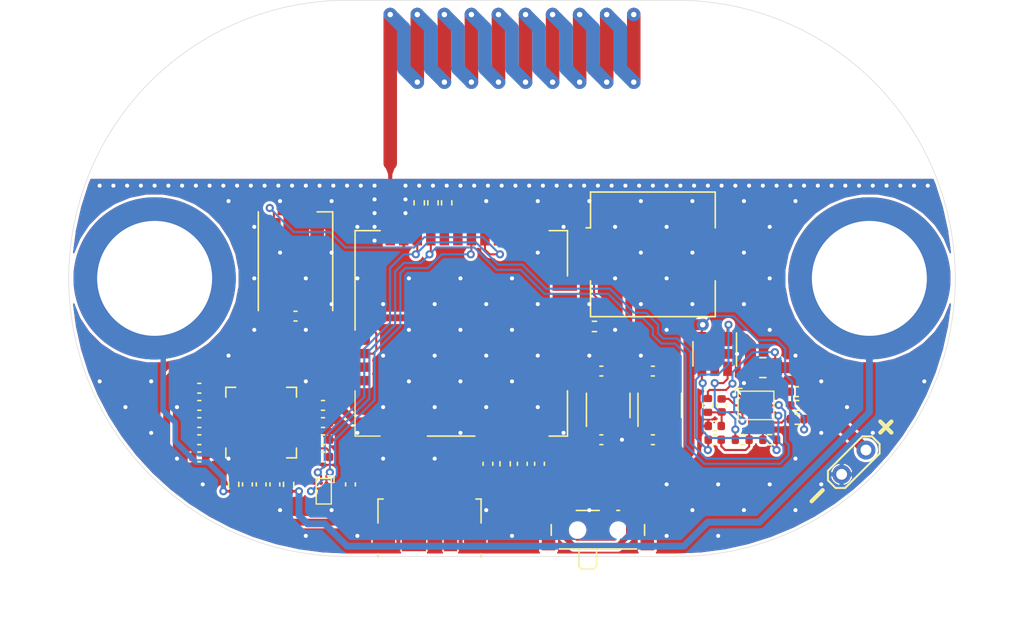
<source format=kicad_pcb>
(kicad_pcb (version 20171130) (host pcbnew 5.1.12-84ad8e8a86~92~ubuntu20.04.1)
  (layers (0 F.Cu signal) (31 B.Cu signal) (34 B.Paste user) (35 F.Paste user) (36 B.SilkS user) (37 F.SilkS user) (38 B.Mask user) (39 F.Mask user) (44 Edge.Cuts user))
  (net 0 "")
  (net 1 "Net-(AE1-Pad1)")
  (net 2 GND)
  (net 3 "Net-(C1-Pad1)")
  (net 4 "Net-(C2-Pad1)")
  (net 5 "Net-(C3-Pad1)")
  (net 6 "Net-(C4-Pad1)")
  (net 7 "Net-(C6-Pad2)")
  (net 8 "Net-(C6-Pad1)")
  (net 9 "Net-(C7-Pad1)")
  (net 10 +1V8)
  (net 11 "Net-(C12-Pad1)")
  (net 12 +3V8)
  (net 13 +3V3)
  (net 14 VBUS)
  (net 15 +BATT)
  (net 16 /CS)
  (net 17 /SCLK)
  (net 18 /MISO)
  (net 19 /MOSI)
  (net 20 "Net-(BZ1-Pad1)")
  (net 21 "Net-(C23-Pad1)")
  (net 22 /RGB_LED)
  (net 23 /BUZZER)
  (net 24 /ECGP)
  (net 25 /ECGN)
  (net 26 /SDA)
  (net 27 /SCL)
  (net 28 "Net-(C25-Pad1)")
  (net 29 /NIRQ)
  (net 30 "Net-(C13-Pad1)")
  (net 31 "Net-(C18-Pad1)")
  (net 32 "Net-(C21-Pad1)")
  (net 33 "Net-(C25-Pad2)")
  (net 34 "Net-(C26-Pad1)")
  (net 35 "Net-(Q1-Pad2)")
  (net 36 "Net-(R11-Pad1)")
  (net 37 "Net-(Q1-Pad6)")
  (net 38 "Net-(Q1-Pad4)")
  (net 39 /CHARGER|LOAD)
  (module Package_DFN_QFN:TQFN-28-1EP_5x5mm_P0.5mm_EP2.7x2.7mm (layer F.Cu) (at 159.258 69.088 90)
    (fp_text reference U1 hide)
    (fp_text value MAX30003CTI+)
    (pad 1 smd roundrect (at -2.3625 -1.5 90) (size 0.975 0.25) (layers F.Cu F.Paste F.Mask) (net 2 GND))
    (pad 2 smd roundrect (at -2.3625 -1 90) (size 0.975 0.25) (layers F.Cu F.Paste F.Mask) (net 2 GND))
    (pad 3 smd roundrect (at -2.3625 -0.5 90) (size 0.975 0.25) (layers F.Cu F.Paste F.Mask) (net 2 GND))
    (pad 4 smd roundrect (at -2.3625 0 90) (size 0.975 0.25) (layers F.Cu F.Paste F.Mask) (net 2 GND))
    (pad 5 smd roundrect (at -2.3625 0.5 90) (size 0.975 0.25) (layers F.Cu F.Paste F.Mask) (net 2 GND))
    (pad 6 smd roundrect (at -2.3625 1 90) (size 0.975 0.25) (layers F.Cu F.Paste F.Mask) (net 5 "Net-(C3-Pad1)"))
    (pad 7 smd roundrect (at -2.3625 1.5 90) (size 0.975 0.25) (layers F.Cu F.Paste F.Mask) (net 3 "Net-(C1-Pad1)"))
    (pad 8 smd roundrect (at -1.5 2.3625 90) (size 0.25 0.975) (layers F.Cu F.Paste F.Mask) (net 2 GND))
    (pad 9 smd roundrect (at -1 2.3625 90) (size 0.25 0.975) (layers F.Cu F.Paste F.Mask) (net 8 "Net-(C6-Pad1)"))
    (pad 10 smd roundrect (at -0.5 2.3625 90) (size 0.25 0.975) (layers F.Cu F.Paste F.Mask) (net 7 "Net-(C6-Pad2)"))
    (pad 11 smd roundrect (at 0 2.3625 90) (size 0.25 0.975) (layers F.Cu F.Paste F.Mask) (net 11 "Net-(C12-Pad1)"))
    (pad 12 smd roundrect (at 0.5 2.3625 90) (size 0.25 0.975) (layers F.Cu F.Paste F.Mask) (net 2 GND))
    (pad 13 smd roundrect (at 1 2.3625 90) (size 0.25 0.975) (layers F.Cu F.Paste F.Mask) (net 10 +1V8))
    (pad 14 smd roundrect (at 1.5 2.3625 90) (size 0.25 0.975) (layers F.Cu F.Paste F.Mask))
    (pad 15 smd roundrect (at 2.3625 1.5 90) (size 0.975 0.25) (layers F.Cu F.Paste F.Mask) (net 16 /CS))
    (pad 16 smd roundrect (at 2.3625 1 90) (size 0.975 0.25) (layers F.Cu F.Paste F.Mask) (net 17 /SCLK))
    (pad 17 smd roundrect (at 2.3625 0.5 90) (size 0.975 0.25) (layers F.Cu F.Paste F.Mask) (net 19 /MOSI))
    (pad 18 smd roundrect (at 2.3625 0 90) (size 0.975 0.25) (layers F.Cu F.Paste F.Mask) (net 18 /MISO))
    (pad 19 smd roundrect (at 2.3625 -0.5 90) (size 0.975 0.25) (layers F.Cu F.Paste F.Mask) (net 13 +3V3))
    (pad 20 smd roundrect (at 2.3625 -1 90) (size 0.975 0.25) (layers F.Cu F.Paste F.Mask))
    (pad 21 smd roundrect (at 2.3625 -1.5 90) (size 0.975 0.25) (layers F.Cu F.Paste F.Mask))
    (pad 22 smd roundrect (at 1.5 -2.3625 90) (size 0.25 0.975) (layers F.Cu F.Paste F.Mask) (net 10 +1V8))
    (pad 23 smd roundrect (at 1 -2.3625 90) (size 0.25 0.975) (layers F.Cu F.Paste F.Mask) (net 9 "Net-(C7-Pad1)"))
    (pad 24 smd roundrect (at 0.5 -2.3625 90) (size 0.25 0.975) (layers F.Cu F.Paste F.Mask) (net 2 GND))
    (pad 25 smd roundrect (at 0 -2.3625 90) (size 0.25 0.975) (layers F.Cu F.Paste F.Mask) (net 4 "Net-(C2-Pad1)"))
    (pad 26 smd roundrect (at -0.5 -2.3625 90) (size 0.25 0.975) (layers F.Cu F.Paste F.Mask) (net 2 GND))
    (pad 27 smd roundrect (at -1 -2.3625 90) (size 0.25 0.975) (layers F.Cu F.Paste F.Mask) (net 6 "Net-(C4-Pad1)"))
    (pad 28 smd roundrect (at -1.5 -2.3625 90) (size 0.25 0.975) (layers F.Cu F.Paste F.Mask) (net 2 GND))
    (pad 29 smd rect (at 0 0 90) (size 2.7 2.7) (layers F.Cu F.Mask) (net 2 GND))
  )
  (module Misc:RAK3172 (layer F.Cu) (at 173.7995 62.738)
    (fp_text reference U4 hide)
    (fp_text value RAK3172)
    (pad 32 smd rect (at 7.9 -3.75 90) (size 0.7 1.8) (layers F.Cu F.Paste F.Mask))
    (pad 31 smd rect (at 7.9 -2.75 90) (size 0.7 1.8) (layers F.Cu F.Paste F.Mask))
    (pad 30 smd rect (at 7.9 -1.75 90) (size 0.7 1.8) (layers F.Cu F.Paste F.Mask))
    (pad 29 smd rect (at 7.9 -0.75 90) (size 0.7 1.8) (layers F.Cu F.Paste F.Mask) (net 23 /BUZZER))
    (pad 28 smd rect (at 7.9 0.25 90) (size 0.7 1.8) (layers F.Cu F.Paste F.Mask) (net 2 GND))
    (pad 27 smd rect (at 7.9 1.25 90) (size 0.7 1.8) (layers F.Cu F.Paste F.Mask))
    (pad 26 smd rect (at 7.9 2.25 90) (size 0.7 1.8) (layers F.Cu F.Paste F.Mask))
    (pad 25 smd rect (at 7.9 3.25 90) (size 0.7 1.8) (layers F.Cu F.Paste F.Mask))
    (pad 24 smd rect (at 6 7.15) (size 0.7 1.8) (layers F.Cu F.Paste F.Mask) (net 13 +3V3))
    (pad 23 smd rect (at 5 7.15) (size 0.7 1.8) (layers F.Cu F.Paste F.Mask) (net 2 GND))
    (pad 22 smd rect (at 4 7.15) (size 0.7 1.8) (layers F.Cu F.Paste F.Mask) (net 21 "Net-(C23-Pad1)"))
    (pad 21 smd rect (at 3 7.15) (size 0.7 1.8) (layers F.Cu F.Paste F.Mask))
    (pad 20 smd rect (at 2 7.15) (size 0.7 1.8) (layers F.Cu F.Paste F.Mask))
    (pad 19 smd rect (at -3 7.15) (size 0.7 1.8) (layers F.Cu F.Paste F.Mask))
    (pad 18 smd rect (at -4 7.15) (size 0.7 1.8) (layers F.Cu F.Paste F.Mask) (net 2 GND))
    (pad 17 smd rect (at -5 7.15) (size 0.7 1.8) (layers F.Cu F.Paste F.Mask) (net 2 GND))
    (pad 16 smd rect (at -7.4 3.25 270) (size 0.7 1.8) (layers F.Cu F.Paste F.Mask) (net 16 /CS))
    (pad 15 smd rect (at -7.4 2.25 270) (size 0.7 1.8) (layers F.Cu F.Paste F.Mask) (net 17 /SCLK))
    (pad 14 smd rect (at -7.4 1.25 270) (size 0.7 1.8) (layers F.Cu F.Paste F.Mask) (net 18 /MISO))
    (pad 13 smd rect (at -7.4 0.25 270) (size 0.7 1.8) (layers F.Cu F.Paste F.Mask) (net 19 /MOSI))
    (pad 12 smd rect (at -5 -7.65 180) (size 0.7 1.8) (layers F.Cu F.Paste F.Mask) (net 1 "Net-(AE1-Pad1)"))
    (pad 11 smd rect (at -4 -7.65 180) (size 0.7 1.8) (layers F.Cu F.Paste F.Mask) (net 2 GND))
    (pad 10 smd rect (at -3 -7.65 180) (size 0.7 1.8) (layers F.Cu F.Paste F.Mask) (net 26 /SDA))
    (pad 9 smd rect (at -2 -7.65 180) (size 0.7 1.8) (layers F.Cu F.Paste F.Mask) (net 27 /SCL))
    (pad 8 smd rect (at -1 -7.65 180) (size 0.7 1.8) (layers F.Cu F.Paste F.Mask))
    (pad 7 smd rect (at 0 -7.65 180) (size 0.7 1.8) (layers F.Cu F.Paste F.Mask))
    (pad 6 smd rect (at 1 -7.65 180) (size 0.7 1.8) (layers F.Cu F.Paste F.Mask) (net 29 /NIRQ))
    (pad 5 smd rect (at 2 -7.65 180) (size 0.7 1.8) (layers F.Cu F.Paste F.Mask) (net 22 /RGB_LED))
    (pad 4 smd rect (at 3 -7.65 180) (size 0.7 1.8) (layers F.Cu F.Paste F.Mask))
    (pad 3 smd rect (at 4 -7.65 180) (size 0.7 1.8) (layers F.Cu F.Paste F.Mask))
    (pad 2 smd rect (at 5 -7.65 180) (size 0.7 1.8) (layers F.Cu F.Paste F.Mask))
    (pad 1 smd rect (at 6 -7.65 180) (size 0.7 1.8) (layers F.Cu F.Paste F.Mask))
  )
  (module Package_TO_SOT_SMD:SOT-23-6 (layer F.Cu) (at 192.786 64.008 270)
    (fp_text reference Q1 hide)
    (fp_text value DMG9926UDM)
    (pad 5 smd rect (at 1.1 0 270) (size 1.06 0.65) (layers F.Cu F.Paste F.Mask) (net 35 "Net-(Q1-Pad2)"))
    (pad 6 smd rect (at 1.1 -0.95 270) (size 1.06 0.65) (layers F.Cu F.Paste F.Mask) (net 37 "Net-(Q1-Pad6)"))
    (pad 4 smd rect (at 1.1 0.95 270) (size 1.06 0.65) (layers F.Cu F.Paste F.Mask) (net 38 "Net-(Q1-Pad4)"))
    (pad 3 smd rect (at -1.1 0.95 270) (size 1.06 0.65) (layers F.Cu F.Paste F.Mask) (net 39 /CHARGER|LOAD))
    (pad 2 smd rect (at -1.1 0 270) (size 1.06 0.65) (layers F.Cu F.Paste F.Mask) (net 35 "Net-(Q1-Pad2)"))
    (pad 1 smd rect (at -1.1 -0.95 270) (size 1.06 0.65) (layers F.Cu F.Paste F.Mask) (net 33 "Net-(C25-Pad2)"))
  )
  (module Resistor_SMD:R_0805_2012Metric (layer F.Cu) (at 196.342 65.024)
    (fp_text reference R4 hide)
    (fp_text value 0.01)
    (pad 2 smd roundrect (at 0.9125 0) (size 1.025 1.4) (layers F.Cu F.Paste F.Mask) (roundrect_rratio 0.243902) (net 15 +BATT))
    (pad 1 smd roundrect (at -0.9125 0) (size 1.025 1.4) (layers F.Cu F.Paste F.Mask) (roundrect_rratio 0.243902) (net 33 "Net-(C25-Pad2)"))
  )
  (module Resistor_SMD:R_0402_1005Metric (layer F.Cu) (at 198.882 68.834)
    (fp_text reference R12 hide)
    (fp_text value 1K)
    (pad 2 smd roundrect (at 0.51 0) (size 0.54 0.64) (layers F.Cu F.Paste F.Mask) (net 39 /CHARGER|LOAD))
    (pad 1 smd roundrect (at -0.51 0) (size 0.54 0.64) (layers F.Cu F.Paste F.Mask) (net 34 "Net-(C26-Pad1)"))
  )
  (module Resistor_SMD:R_0402_1005Metric (layer F.Cu) (at 196.85 70.358)
    (fp_text reference R11 hide)
    (fp_text value 1K)
    (pad 2 smd roundrect (at 0.51 0) (size 0.54 0.64) (layers F.Cu F.Paste F.Mask) (net 38 "Net-(Q1-Pad4)"))
    (pad 1 smd roundrect (at -0.51 0) (size 0.54 0.64) (layers F.Cu F.Paste F.Mask) (net 36 "Net-(R11-Pad1)"))
  )
  (module Resistor_SMD:R_0402_1005Metric (layer F.Cu) (at 194.818 70.358 180)
    (fp_text reference R5 hide)
    (fp_text value 100)
    (pad 2 smd roundrect (at 0.51 0 180) (size 0.54 0.64) (layers F.Cu F.Paste F.Mask) (net 37 "Net-(Q1-Pad6)"))
    (pad 1 smd roundrect (at -0.51 0 180) (size 0.54 0.64) (layers F.Cu F.Paste F.Mask) (net 28 "Net-(C25-Pad1)"))
  )
  (module Capacitor_SMD:C_0402_1005Metric (layer F.Cu) (at 198.882 67.818)
    (fp_text reference C26 hide)
    (fp_text value 1n)
    (pad 2 smd roundrect (at 0.48 0) (size 0.56 0.62) (layers F.Cu F.Paste F.Mask) (net 2 GND))
    (pad 1 smd roundrect (at -0.48 0) (size 0.56 0.62) (layers F.Cu F.Paste F.Mask) (net 34 "Net-(C26-Pad1)"))
  )
  (module Capacitor_SMD:C_0402_1005Metric (layer F.Cu) (at 192.786 70.358 180)
    (fp_text reference C25 hide)
    (fp_text value 1n)
    (pad 2 smd roundrect (at 0.48 0 180) (size 0.56 0.62) (layers F.Cu F.Paste F.Mask) (net 33 "Net-(C25-Pad2)"))
    (pad 1 smd roundrect (at -0.48 0 180) (size 0.56 0.62) (layers F.Cu F.Paste F.Mask) (net 28 "Net-(C25-Pad1)"))
  )
  (module Capacitor_SMD:C_0402_1005Metric (layer F.Cu) (at 198.854 66.802)
    (fp_text reference C21 hide)
    (fp_text value 470n)
    (pad 2 smd roundrect (at 0.48 0) (size 0.56 0.62) (layers F.Cu F.Paste F.Mask) (net 2 GND))
    (pad 1 smd roundrect (at -0.48 0) (size 0.56 0.62) (layers F.Cu F.Paste F.Mask) (net 32 "Net-(C21-Pad1)"))
  )
  (module Capacitor_SMD:C_0402_1005Metric (layer F.Cu) (at 193.294 67.818 270)
    (fp_text reference C18 hide)
    (fp_text value 100n)
    (pad 2 smd roundrect (at 0.48 0 270) (size 0.56 0.62) (layers F.Cu F.Paste F.Mask) (net 30 "Net-(C13-Pad1)"))
    (pad 1 smd roundrect (at -0.48 0 270) (size 0.56 0.62) (layers F.Cu F.Paste F.Mask) (net 31 "Net-(C18-Pad1)"))
  )
  (module Misc:Maxim_WLP-15 (layer F.Cu) (at 195.834 67.818)
    (fp_text reference U5 hide)
    (fp_text value MAX17330X22+ hide)
    (pad C1 smd circle (at -1 0.5 90) (size 0.3 0.3) (layers F.Cu F.Paste F.Mask) (net 30 "Net-(C13-Pad1)"))
    (pad B3 smd circle (at 0 0 90) (size 0.3 0.3) (layers F.Cu F.Paste F.Mask))
    (pad B4 smd circle (at 0.5 0 90) (size 0.3 0.3) (layers F.Cu F.Paste F.Mask))
    (pad B1 smd circle (at -1 0 90) (size 0.3 0.3) (layers F.Cu F.Paste F.Mask) (net 31 "Net-(C18-Pad1)"))
    (pad A2 smd circle (at -0.5 -0.5 90) (size 0.3 0.3) (layers F.Cu F.Paste F.Mask) (net 2 GND))
    (pad A3 smd circle (at 0 -0.5 90) (size 0.3 0.3) (layers F.Cu F.Paste F.Mask) (net 33 "Net-(C25-Pad2)"))
    (pad C4 smd circle (at 0.5 0.5 90) (size 0.3 0.3) (layers F.Cu F.Paste F.Mask) (net 34 "Net-(C26-Pad1)"))
    (pad C2 smd circle (at -0.5 0.5 90) (size 0.3 0.3) (layers F.Cu F.Paste F.Mask) (net 28 "Net-(C25-Pad1)"))
    (pad C3 smd circle (at 0 0.5 90) (size 0.3 0.3) (layers F.Cu F.Paste F.Mask) (net 36 "Net-(R11-Pad1)"))
    (pad A4 smd circle (at 0.5 -0.5 90) (size 0.3 0.3) (layers F.Cu F.Paste F.Mask) (net 15 +BATT))
    (pad A1 smd circle (at -1 -0.5 90) (size 0.3 0.3) (layers F.Cu F.Paste F.Mask) (net 30 "Net-(C13-Pad1)"))
    (pad B2 smd circle (at -0.5 0 90) (size 0.3 0.3) (layers F.Cu F.Paste F.Mask))
    (pad A5 smd circle (at 1 -0.5 90) (size 0.3 0.3) (layers F.Cu F.Paste F.Mask) (net 32 "Net-(C21-Pad1)"))
    (pad B5 smd circle (at 1 0 90) (size 0.3 0.3) (layers F.Cu F.Paste F.Mask) (net 27 /SCL))
    (pad C5 smd circle (at 1 0.5 90) (size 0.3 0.3) (layers F.Cu F.Paste F.Mask) (net 26 /SDA))
  )
  (module Resistor_SMD:R_0402_1005Metric (layer F.Cu) (at 192.278 67.82 90)
    (fp_text reference R3 hide)
    (fp_text value 10)
    (pad 2 smd roundrect (at 0.51 0 90) (size 0.54 0.64) (layers F.Cu F.Paste F.Mask) (net 15 +BATT))
    (pad 1 smd roundrect (at -0.51 0 90) (size 0.54 0.64) (layers F.Cu F.Paste F.Mask) (net 30 "Net-(C13-Pad1)"))
  )
  (module Capacitor_SMD:C_0402_1005Metric (layer F.Cu) (at 192.786 69.342 180)
    (fp_text reference C13 hide)
    (fp_text value 100n)
    (pad 2 smd roundrect (at 0.48 0 180) (size 0.56 0.62) (layers F.Cu F.Paste F.Mask) (net 2 GND))
    (pad 1 smd roundrect (at -0.48 0 180) (size 0.56 0.62) (layers F.Cu F.Paste F.Mask) (net 30 "Net-(C13-Pad1)"))
  )
  (module Misc:WLCSP-8_1.69x0.92mm_P0.4mm (layer F.Cu) (at 163.884 74.168 270)
    (fp_text reference U7 hide)
    (fp_text value SX9210)
    (pad A1 smd circle (at -0.6 -0.2 270) (size 0.28 0.28) (layers F.Cu F.Paste F.Mask) (net 27 /SCL))
    (pad B1 smd circle (at -0.6 0.2 270) (size 0.28 0.28) (layers F.Cu F.Paste F.Mask) (net 26 /SDA))
    (pad A2 smd circle (at -0.2 -0.2 270) (size 0.28 0.28) (layers F.Cu F.Paste F.Mask) (net 10 +1V8))
    (pad B2 smd circle (at -0.2 0.2 270) (size 0.28 0.28) (layers F.Cu F.Paste F.Mask) (net 29 /NIRQ))
    (pad A3 smd circle (at 0.2 -0.2 270) (size 0.28 0.28) (layers F.Cu F.Paste F.Mask))
    (pad B3 smd circle (at 0.2 0.2 270) (size 0.28 0.28) (layers F.Cu F.Paste F.Mask))
    (pad A4 smd circle (at 0.6 -0.2 270) (size 0.28 0.28) (layers F.Cu F.Paste F.Mask) (net 2 GND))
    (pad B4 smd circle (at 0.6 0.2 270) (size 0.28 0.28) (layers F.Cu F.Paste F.Mask))
  )
  (module Resistor_SMD:R_0402_1005Metric (layer F.Cu) (at 172.974 52.832 90)
    (fp_text reference R10 hide)
    (fp_text value 5.1K)
    (pad 2 smd roundrect (at 0.51 0 90) (size 0.54 0.64) (layers F.Cu F.Paste F.Mask) (net 13 +3V3))
    (pad 1 smd roundrect (at -0.51 0 90) (size 0.54 0.64) (layers F.Cu F.Paste F.Mask) (net 29 /NIRQ))
  )
  (module Resistor_SMD:R_0402_1005Metric (layer F.Cu) (at 171.958 52.832 90)
    (fp_text reference R9 hide)
    (fp_text value 5.1K)
    (pad 1 smd roundrect (at -0.51 0 90) (size 0.54 0.64) (layers F.Cu F.Paste F.Mask) (net 27 /SCL))
    (pad 2 smd roundrect (at 0.51 0 90) (size 0.54 0.64) (layers F.Cu F.Paste F.Mask) (net 13 +3V3))
  )
  (module Resistor_SMD:R_0402_1005Metric (layer F.Cu) (at 170.942 52.832 90)
    (fp_text reference R8 hide)
    (fp_text value 5.1K)
    (pad 1 smd roundrect (at -0.51 0 90) (size 0.54 0.64) (layers F.Cu F.Paste F.Mask) (net 26 /SDA))
    (pad 2 smd roundrect (at 0.51 0 90) (size 0.54 0.64) (layers F.Cu F.Paste F.Mask) (net 13 +3V3))
  )
  (module Capacitor_SMD:C_0402_1005Metric (layer F.Cu) (at 165.862 73.66 90)
    (fp_text reference C24 hide)
    (fp_text value 100n hide)
    (pad 2 smd roundrect (at 0.48 0 90) (size 0.56 0.62) (layers F.Cu F.Paste F.Mask) (net 2 GND))
    (pad 1 smd roundrect (at -0.48 0 90) (size 0.56 0.62) (layers F.Cu F.Paste F.Mask) (net 10 +1V8))
  )
  (module TestPoint:TestPoint_2Pads_Pitch2.54mm_Drill0.8mm (layer F.Cu) (at 203.962 71.12 225)
    (fp_text reference BT1 hide)
    (fp_text value Battery)
    (pad 2 thru_hole circle (at 2.54 0 225) (size 1.4 1.4) (drill 0.8) (layers *.Cu *.Mask) (net 2 GND))
    (pad 1 thru_hole circle (at 0 0 225) (size 1.4 1.4) (drill 0.8) (layers *.Cu *.Mask) (net 15 +BATT))
  )
  (module Button_Switch_SMD:SW_SPDT_PCM12 (layer F.Cu) (at 184.15 76.708)
    (fp_text reference SW1 hide)
    (fp_text value SW_SPDT)
    (pad "" np_thru_hole circle (at -1.5 0.33) (size 0.9 0.9) (drill 0.9) (layers *.Cu *.Mask))
    (pad "" np_thru_hole circle (at 1.5 0.33) (size 0.9 0.9) (drill 0.9) (layers *.Cu *.Mask))
    (pad 1 smd rect (at -2.25 -1.43) (size 0.7 1.5) (layers F.Cu F.Paste F.Mask) (net 12 +3V8))
    (pad 2 smd rect (at 0.75 -1.43) (size 0.7 1.5) (layers F.Cu F.Paste F.Mask) (net 39 /CHARGER|LOAD))
    (pad 3 smd rect (at 2.25 -1.43) (size 0.7 1.5) (layers F.Cu F.Paste F.Mask) (net 14 VBUS))
    (pad "" smd rect (at -3.65 1.43) (size 1 0.8) (layers F.Cu F.Paste F.Mask))
    (pad "" smd rect (at 3.65 1.43) (size 1 0.8) (layers F.Cu F.Paste F.Mask))
    (pad "" smd rect (at 3.65 -0.78) (size 1 0.8) (layers F.Cu F.Paste F.Mask))
    (pad "" smd rect (at -3.65 -0.78) (size 1 0.8) (layers F.Cu F.Paste F.Mask))
  )
  (module Misc:ECG_3.9mm_Snap_Connector (layer F.Cu) (at 151.384 58.42)
    (fp_text reference J3 hide)
    (fp_text value EGCN_CNN)
    (pad 1 thru_hole circle (at 0 0) (size 12 12) (drill 8.5) (layers *.Cu *.Mask) (net 24 /ECGP))
  )
  (module Misc:ECG_3.9mm_Snap_Connector (layer F.Cu) (at 204.216 58.42)
    (fp_text reference J2 hide)
    (fp_text value EGCP_CNN)
    (pad 1 thru_hole circle (at 0 0) (size 12 12) (drill 8.5) (layers *.Cu *.Mask) (net 25 /ECGN))
  )
  (module Resistor_SMD:R_0402_1005Metric (layer F.Cu) (at 177.292 72.136 270)
    (fp_text reference R7 hide)
    (fp_text value 10K)
    (pad 2 smd roundrect (at 0.51 0 270) (size 0.54 0.64) (layers F.Cu F.Paste F.Mask) (net 13 +3V3))
    (pad 1 smd roundrect (at -0.51 0 270) (size 0.54 0.64) (layers F.Cu F.Paste F.Mask) (net 21 "Net-(C23-Pad1)"))
  )
  (module Resistor_SMD:R_0402_1005Metric (layer F.Cu) (at 183.896 61.976 180)
    (fp_text reference R6 hide)
    (fp_text value 1K)
    (pad 1 smd roundrect (at -0.51 0 180) (size 0.54 0.64) (layers F.Cu F.Paste F.Mask) (net 20 "Net-(BZ1-Pad1)"))
    (pad 2 smd roundrect (at 0.51 0 180) (size 0.54 0.64) (layers F.Cu F.Paste F.Mask) (net 23 /BUZZER))
  )
  (module Resistor_SMD:R_0402_1005Metric (layer F.Cu) (at 161.29 73.66 90)
    (fp_text reference R2 hide)
    (fp_text value 49.9K)
    (pad 2 smd roundrect (at 0.51 0 90) (size 0.54 0.64) (layers F.Cu F.Paste F.Mask) (net 3 "Net-(C1-Pad1)"))
    (pad 1 smd roundrect (at -0.51 0 90) (size 0.54 0.64) (layers F.Cu F.Paste F.Mask) (net 25 /ECGN))
  )
  (module Resistor_SMD:R_0402_1005Metric (layer F.Cu) (at 157.226 73.66 270)
    (fp_text reference R1 hide)
    (fp_text value 49.9K)
    (pad 2 smd roundrect (at 0.51 0 270) (size 0.54 0.64) (layers F.Cu F.Paste F.Mask) (net 24 /ECGP))
    (pad 1 smd roundrect (at -0.51 0 270) (size 0.54 0.64) (layers F.Cu F.Paste F.Mask) (net 5 "Net-(C3-Pad1)"))
  )
  (module Capacitor_SMD:C_0402_1005Metric (layer F.Cu) (at 176.022 72.136 270)
    (fp_text reference C23 hide)
    (fp_text value 1u)
    (pad 2 smd roundrect (at 0.48 0 270) (size 0.56 0.62) (layers F.Cu F.Paste F.Mask) (net 2 GND))
    (pad 1 smd roundrect (at -0.48 0 270) (size 0.56 0.62) (layers F.Cu F.Paste F.Mask) (net 21 "Net-(C23-Pad1)"))
  )
  (module Capacitor_SMD:C_0402_1005Metric (layer F.Cu) (at 161.798 61.214)
    (fp_text reference C22 hide)
    (fp_text value 100n)
    (pad 2 smd roundrect (at 0.48 0) (size 0.56 0.62) (layers F.Cu F.Paste F.Mask) (net 2 GND))
    (pad 1 smd roundrect (at -0.48 0) (size 0.56 0.62) (layers F.Cu F.Paste F.Mask) (net 13 +3V3))
  )
  (module Capacitor_SMD:C_0402_1005Metric (layer F.Cu) (at 178.562 72.136 270)
    (fp_text reference C20 hide)
    (fp_text value 10u)
    (pad 2 smd roundrect (at 0.48 0 270) (size 0.56 0.62) (layers F.Cu F.Paste F.Mask) (net 2 GND))
    (pad 1 smd roundrect (at -0.48 0 270) (size 0.56 0.62) (layers F.Cu F.Paste F.Mask) (net 13 +3V3))
  )
  (module Capacitor_SMD:C_0402_1005Metric (layer F.Cu) (at 179.832 72.136 270)
    (fp_text reference C19 hide)
    (fp_text value 100n)
    (pad 2 smd roundrect (at 0.48 0 270) (size 0.56 0.62) (layers F.Cu F.Paste F.Mask) (net 2 GND))
    (pad 1 smd roundrect (at -0.48 0 270) (size 0.56 0.62) (layers F.Cu F.Paste F.Mask) (net 13 +3V3))
  )
  (module Capacitor_SMD:C_0402_1005Metric (layer F.Cu) (at 184.404 65.278)
    (fp_text reference C17 hide)
    (fp_text value 1u)
    (pad 2 smd roundrect (at 0.48 0) (size 0.56 0.62) (layers F.Cu F.Paste F.Mask) (net 2 GND))
    (pad 1 smd roundrect (at -0.48 0) (size 0.56 0.62) (layers F.Cu F.Paste F.Mask) (net 13 +3V3))
  )
  (module Capacitor_SMD:C_0402_1005Metric (layer F.Cu) (at 188.214 65.278)
    (fp_text reference C16 hide)
    (fp_text value 1u)
    (pad 2 smd roundrect (at 0.48 0) (size 0.56 0.62) (layers F.Cu F.Paste F.Mask) (net 2 GND))
    (pad 1 smd roundrect (at -0.48 0) (size 0.56 0.62) (layers F.Cu F.Paste F.Mask) (net 10 +1V8))
  )
  (module Capacitor_SMD:C_0402_1005Metric (layer F.Cu) (at 184.404 70.358)
    (fp_text reference C15 hide)
    (fp_text value 1u)
    (pad 2 smd roundrect (at 0.48 0) (size 0.56 0.62) (layers F.Cu F.Paste F.Mask) (net 2 GND))
    (pad 1 smd roundrect (at -0.48 0) (size 0.56 0.62) (layers F.Cu F.Paste F.Mask) (net 12 +3V8))
  )
  (module Capacitor_SMD:C_0402_1005Metric (layer F.Cu) (at 188.214 70.358)
    (fp_text reference C14 hide)
    (fp_text value 1u)
    (pad 2 smd roundrect (at 0.48 0) (size 0.56 0.62) (layers F.Cu F.Paste F.Mask) (net 2 GND))
    (pad 1 smd roundrect (at -0.48 0) (size 0.56 0.62) (layers F.Cu F.Paste F.Mask) (net 12 +3V8))
  )
  (module Capacitor_SMD:C_0402_1005Metric (layer F.Cu) (at 163.83 70.358)
    (fp_text reference C12 hide)
    (fp_text value 1n)
    (pad 1 smd roundrect (at -0.48 0) (size 0.56 0.62) (layers F.Cu F.Paste F.Mask) (net 11 "Net-(C12-Pad1)"))
    (pad 2 smd roundrect (at 0.48 0) (size 0.56 0.62) (layers F.Cu F.Paste F.Mask) (net 2 GND))
  )
  (module Capacitor_SMD:C_0402_1005Metric (layer F.Cu) (at 163.83 67.818)
    (fp_text reference C11 hide)
    (fp_text value 1u)
    (pad 1 smd roundrect (at -0.48 0) (size 0.56 0.62) (layers F.Cu F.Paste F.Mask) (net 10 +1V8))
    (pad 2 smd roundrect (at 0.48 0) (size 0.56 0.62) (layers F.Cu F.Paste F.Mask) (net 2 GND))
  )
  (module Capacitor_SMD:C_0402_1005Metric (layer F.Cu) (at 163.83 69.088)
    (fp_text reference C10 hide)
    (fp_text value 10u)
    (pad 1 smd roundrect (at -0.48 0) (size 0.56 0.62) (layers F.Cu F.Paste F.Mask) (net 10 +1V8))
    (pad 2 smd roundrect (at 0.48 0) (size 0.56 0.62) (layers F.Cu F.Paste F.Mask) (net 2 GND))
  )
  (module Capacitor_SMD:C_0402_1005Metric (layer F.Cu) (at 154.686 67.818 180)
    (fp_text reference C9 hide)
    (fp_text value 10u)
    (pad 1 smd roundrect (at -0.48 0 180) (size 0.56 0.62) (layers F.Cu F.Paste F.Mask) (net 10 +1V8))
    (pad 2 smd roundrect (at 0.48 0 180) (size 0.56 0.62) (layers F.Cu F.Paste F.Mask) (net 2 GND))
  )
  (module Capacitor_SMD:C_0402_1005Metric (layer F.Cu) (at 154.686 66.548 180)
    (fp_text reference C8 hide)
    (fp_text value 1u)
    (pad 1 smd roundrect (at -0.48 0 180) (size 0.56 0.62) (layers F.Cu F.Paste F.Mask) (net 10 +1V8))
    (pad 2 smd roundrect (at 0.48 0 180) (size 0.56 0.62) (layers F.Cu F.Paste F.Mask) (net 2 GND))
  )
  (module Capacitor_SMD:C_0402_1005Metric (layer F.Cu) (at 154.686 69.088 180)
    (fp_text reference C7 hide)
    (fp_text value 10u)
    (pad 1 smd roundrect (at -0.48 0 180) (size 0.56 0.62) (layers F.Cu F.Paste F.Mask) (net 9 "Net-(C7-Pad1)"))
    (pad 2 smd roundrect (at 0.48 0 180) (size 0.56 0.62) (layers F.Cu F.Paste F.Mask) (net 2 GND))
  )
  (module Capacitor_SMD:C_0402_1005Metric (layer F.Cu) (at 163.83 71.628)
    (fp_text reference C6 hide)
    (fp_text value 1u)
    (pad 1 smd roundrect (at -0.48 0) (size 0.56 0.62) (layers F.Cu F.Paste F.Mask) (net 8 "Net-(C6-Pad1)"))
    (pad 2 smd roundrect (at 0.48 0) (size 0.56 0.62) (layers F.Cu F.Paste F.Mask) (net 7 "Net-(C6-Pad2)"))
  )
  (module Capacitor_SMD:C_0402_1005Metric (layer F.Cu) (at 159.258 73.66 90)
    (fp_text reference C5 hide)
    (fp_text value 1n)
    (pad 1 smd roundrect (at -0.48 0 90) (size 0.56 0.62) (layers F.Cu F.Paste F.Mask) (net 5 "Net-(C3-Pad1)"))
    (pad 2 smd roundrect (at 0.48 0 90) (size 0.56 0.62) (layers F.Cu F.Paste F.Mask) (net 3 "Net-(C1-Pad1)"))
  )
  (module Capacitor_SMD:C_0402_1005Metric (layer F.Cu) (at 154.686 71.628 180)
    (fp_text reference C4 hide)
    (fp_text value 1u)
    (pad 1 smd roundrect (at -0.48 0 180) (size 0.56 0.62) (layers F.Cu F.Paste F.Mask) (net 6 "Net-(C4-Pad1)"))
    (pad 2 smd roundrect (at 0.48 0 180) (size 0.56 0.62) (layers F.Cu F.Paste F.Mask) (net 2 GND))
  )
  (module Capacitor_SMD:C_0402_1005Metric (layer F.Cu) (at 158.242 73.66 270)
    (fp_text reference C3 hide)
    (fp_text value 10p)
    (pad 1 smd roundrect (at -0.48 0 270) (size 0.56 0.62) (layers F.Cu F.Paste F.Mask) (net 5 "Net-(C3-Pad1)"))
    (pad 2 smd roundrect (at 0.48 0 270) (size 0.56 0.62) (layers F.Cu F.Paste F.Mask) (net 2 GND))
  )
  (module Capacitor_SMD:C_0402_1005Metric (layer F.Cu) (at 154.686 70.358 180)
    (fp_text reference C2 hide)
    (fp_text value 10u)
    (pad 1 smd roundrect (at -0.48 0 180) (size 0.56 0.62) (layers F.Cu F.Paste F.Mask) (net 4 "Net-(C2-Pad1)"))
    (pad 2 smd roundrect (at 0.48 0 180) (size 0.56 0.62) (layers F.Cu F.Paste F.Mask) (net 2 GND))
  )
  (module Capacitor_SMD:C_0402_1005Metric (layer F.Cu) (at 160.274 73.66 270)
    (fp_text reference C1 hide)
    (fp_text value 10p)
    (pad 1 smd roundrect (at -0.48 0 270) (size 0.56 0.62) (layers F.Cu F.Paste F.Mask) (net 3 "Net-(C1-Pad1)"))
    (pad 2 smd roundrect (at 0.48 0 270) (size 0.56 0.62) (layers F.Cu F.Paste F.Mask) (net 2 GND))
  )
  (module Buzzer_Beeper:Buzzer_Murata_PKMCS0909E4000-R1 (layer F.Cu) (at 188.214 56.642)
    (fp_text reference BZ1 hide)
    (fp_text value Buzzer)
    (pad 2 smd rect (at 4.35 0) (size 1.3 3.4) (layers F.Cu F.Paste F.Mask) (net 2 GND))
    (pad 1 smd rect (at -4.35 0) (size 1.3 3.4) (layers F.Cu F.Paste F.Mask) (net 20 "Net-(BZ1-Pad1)"))
  )
  (module LED_SMD:LED_WS2812B_PLCC4_5.0x5.0mm_P3.2mm (layer F.Cu) (at 161.798 57.15 90)
    (fp_text reference D4 hide)
    (fp_text value WS2812B)
    (pad 3 smd rect (at 2.45 1.6 90) (size 1.5 1) (layers F.Cu F.Paste F.Mask) (net 2 GND))
    (pad 4 smd rect (at 2.45 -1.6 90) (size 1.5 1) (layers F.Cu F.Paste F.Mask) (net 22 /RGB_LED))
    (pad 2 smd rect (at -2.45 1.6 90) (size 1.5 1) (layers F.Cu F.Paste F.Mask))
    (pad 1 smd rect (at -2.45 -1.6 90) (size 1.5 1) (layers F.Cu F.Paste F.Mask) (net 13 +3V3))
  )
  (module Package_TO_SOT_SMD:SOT-23-5 (layer F.Cu) (at 184.912 67.818 90)
    (fp_text reference U3 hide)
    (fp_text value AP2112K-3.3)
    (pad 1 smd rect (at -1.1 -0.95 90) (size 1.06 0.65) (layers F.Cu F.Paste F.Mask) (net 12 +3V8))
    (pad 2 smd rect (at -1.1 0 90) (size 1.06 0.65) (layers F.Cu F.Paste F.Mask) (net 2 GND))
    (pad 3 smd rect (at -1.1 0.95 90) (size 1.06 0.65) (layers F.Cu F.Paste F.Mask) (net 12 +3V8))
    (pad 4 smd rect (at 1.1 0.95 90) (size 1.06 0.65) (layers F.Cu F.Paste F.Mask))
    (pad 5 smd rect (at 1.1 -0.95 90) (size 1.06 0.65) (layers F.Cu F.Paste F.Mask) (net 13 +3V3))
  )
  (module Package_TO_SOT_SMD:SOT-23-5 (layer F.Cu) (at 188.722 67.818 90)
    (fp_text reference U2 hide)
    (fp_text value AP2112K-1.8)
    (pad 1 smd rect (at -1.1 -0.95 90) (size 1.06 0.65) (layers F.Cu F.Paste F.Mask) (net 12 +3V8))
    (pad 2 smd rect (at -1.1 0 90) (size 1.06 0.65) (layers F.Cu F.Paste F.Mask) (net 2 GND))
    (pad 3 smd rect (at -1.1 0.95 90) (size 1.06 0.65) (layers F.Cu F.Paste F.Mask) (net 12 +3V8))
    (pad 4 smd rect (at 1.1 0.95 90) (size 1.06 0.65) (layers F.Cu F.Paste F.Mask))
    (pad 5 smd rect (at 1.1 -0.95 90) (size 1.06 0.65) (layers F.Cu F.Paste F.Mask) (net 10 +1V8))
  )
  (module Connector_USB:USB_Micro-B_Molex_47346-0001 (layer F.Cu) (at 171.704 76.454)
    (fp_text reference J1 hide)
    (fp_text value USB_B_Micro)
    (pad 1 smd rect (at -1.3 -1.46) (size 0.45 1.38) (layers F.Cu F.Paste F.Mask) (net 14 VBUS))
    (pad 2 smd rect (at -0.65 -1.46) (size 0.45 1.38) (layers F.Cu F.Paste F.Mask))
    (pad 3 smd rect (at 0 -1.46) (size 0.45 1.38) (layers F.Cu F.Paste F.Mask))
    (pad 4 smd rect (at 0.65 -1.46) (size 0.45 1.38) (layers F.Cu F.Paste F.Mask))
    (pad 5 smd rect (at 1.3 -1.46) (size 0.45 1.38) (layers F.Cu F.Paste F.Mask) (net 2 GND))
    (pad 6 smd rect (at -2.4875 -1.375) (size 1.425 1.55) (layers F.Cu F.Paste F.Mask) (net 2 GND))
    (pad 6 smd rect (at 2.4875 -1.375) (size 1.425 1.55) (layers F.Cu F.Paste F.Mask) (net 2 GND))
    (pad 6 smd rect (at -3.375 1.2) (size 1.65 1.3) (layers F.Cu F.Paste F.Mask) (net 2 GND))
    (pad 6 smd rect (at 3.375 1.2) (size 1.65 1.3) (layers F.Cu F.Paste F.Mask) (net 2 GND))
    (pad 6 smd rect (at -1.15 1.2) (size 1.8 1.9) (layers F.Cu F.Paste F.Mask) (net 2 GND))
    (pad 6 smd rect (at 1.55 1.2) (size 1 1.9) (layers F.Cu F.Paste F.Mask) (net 2 GND))
  )
  (module RF_Antenna:Texas_SWRA416_868MHz_915MHz (layer F.Cu) (at 177.8 44.704)
    (fp_text reference AE1 hide)
    (fp_text value Antenna)
    (fp_line (start -8 -1.8) (end -7 -0.8) (layer B.Cu) (width 1))
    (fp_line (start -8 -4.8) (end -8 -1.8) (layer B.Cu) (width 1))
    (fp_line (start -9 -5.8) (end -8 -4.8) (layer B.Cu) (width 1))
    (fp_line (start -9 5.2) (end -9 -5.8) (layer F.Cu) (width 1))
    (fp_line (start -7 -5.8) (end -7 -0.8) (layer F.Cu) (width 1))
    (fp_line (start -5 -5.8) (end -5 -0.8) (layer F.Cu) (width 1))
    (fp_line (start -6 -1.8) (end -5 -0.8) (layer B.Cu) (width 1))
    (fp_line (start -7 -5.8) (end -6 -4.8) (layer B.Cu) (width 1))
    (fp_line (start -6 -4.8) (end -6 -1.8) (layer B.Cu) (width 1))
    (fp_line (start -3 -5.8) (end -3 -0.8) (layer F.Cu) (width 1))
    (fp_line (start -4 -1.8) (end -3 -0.8) (layer B.Cu) (width 1))
    (fp_line (start -5 -5.8) (end -4 -4.8) (layer B.Cu) (width 1))
    (fp_line (start -4 -4.8) (end -4 -1.8) (layer B.Cu) (width 1))
    (fp_line (start -1 -5.8) (end -1 -0.8) (layer F.Cu) (width 1))
    (fp_line (start -2 -4.8) (end -2 -1.8) (layer B.Cu) (width 1))
    (fp_line (start -2 -1.8) (end -1 -0.8) (layer B.Cu) (width 1))
    (fp_line (start -3 -5.8) (end -2 -4.8) (layer B.Cu) (width 1))
    (fp_line (start 1 -5.8) (end 1 -0.8) (layer F.Cu) (width 1))
    (fp_line (start 0 -4.8) (end 0 -1.8) (layer B.Cu) (width 1))
    (fp_line (start 0 -1.8) (end 1 -0.8) (layer B.Cu) (width 1))
    (fp_line (start -1 -5.8) (end 0 -4.8) (layer B.Cu) (width 1))
    (fp_line (start 3 -5.8) (end 3 -0.8) (layer F.Cu) (width 1))
    (fp_line (start 2 -4.8) (end 2 -1.8) (layer B.Cu) (width 1))
    (fp_line (start 2 -1.8) (end 3 -0.8) (layer B.Cu) (width 1))
    (fp_line (start 1 -5.8) (end 2 -4.8) (layer B.Cu) (width 1))
    (fp_line (start 5 -5.8) (end 5 -0.8) (layer F.Cu) (width 1))
    (fp_line (start 4 -4.8) (end 4 -1.8) (layer B.Cu) (width 1))
    (fp_line (start 4 -1.8) (end 5 -0.8) (layer B.Cu) (width 1))
    (fp_line (start 3 -5.8) (end 4 -4.8) (layer B.Cu) (width 1))
    (fp_line (start 7 -5.8) (end 7 -0.8) (layer F.Cu) (width 1))
    (fp_line (start 6 -4.8) (end 6 -1.8) (layer B.Cu) (width 1))
    (fp_line (start 6 -1.8) (end 7 -0.8) (layer B.Cu) (width 1))
    (fp_line (start 5 -5.8) (end 6 -4.8) (layer B.Cu) (width 1))
    (fp_line (start 9 -5.8) (end 9 -0.8) (layer F.Cu) (width 1))
    (fp_line (start 8 -4.8) (end 8 -1.8) (layer B.Cu) (width 1))
    (fp_line (start 8 -1.8) (end 9 -0.8) (layer B.Cu) (width 1))
    (fp_line (start 7 -5.8) (end 8 -4.8) (layer B.Cu) (width 1))
    (pad "" thru_hole circle (at 9 -0.8 180) (size 1 1) (drill 0.4) (layers *.Cu))
    (pad "" thru_hole circle (at 9 -5.8 180) (size 1 1) (drill 0.4) (layers *.Cu))
    (pad "" thru_hole circle (at 7 -5.8 180) (size 1 1) (drill 0.4) (layers *.Cu))
    (pad "" thru_hole circle (at 7 -0.8 180) (size 1 1) (drill 0.4) (layers *.Cu))
    (pad "" thru_hole circle (at 5 -0.8 180) (size 1 1) (drill 0.4) (layers *.Cu))
    (pad "" thru_hole circle (at 5 -5.8 180) (size 1 1) (drill 0.4) (layers *.Cu))
    (pad "" thru_hole circle (at 3 -0.8 180) (size 1 1) (drill 0.4) (layers *.Cu))
    (pad "" thru_hole circle (at 3 -5.8 180) (size 1 1) (drill 0.4) (layers *.Cu))
    (pad "" thru_hole circle (at 1 -5.8 180) (size 1 1) (drill 0.4) (layers *.Cu))
    (pad "" thru_hole circle (at 1 -0.8 180) (size 1 1) (drill 0.4) (layers *.Cu))
    (pad "" thru_hole circle (at -1 -0.8 180) (size 1 1) (drill 0.4) (layers *.Cu))
    (pad "" thru_hole circle (at -1 -5.8 180) (size 1 1) (drill 0.4) (layers *.Cu))
    (pad "" thru_hole circle (at -3 -5.8 180) (size 1 1) (drill 0.4) (layers *.Cu))
    (pad "" thru_hole circle (at -3 -0.8 180) (size 1 1) (drill 0.4) (layers *.Cu))
    (pad "" thru_hole circle (at -5 -0.8 180) (size 1 1) (drill 0.4) (layers *.Cu))
    (pad "" thru_hole circle (at -5 -5.8 180) (size 1 1) (drill 0.4) (layers *.Cu))
    (pad "" thru_hole circle (at -7 -5.8 180) (size 1 1) (drill 0.4) (layers *.Cu))
    (pad "" thru_hole circle (at -7 -0.8 180) (size 1 1) (drill 0.4) (layers *.Cu))
    (pad "" thru_hole circle (at -9 -5.8 180) (size 1 1) (drill 0.4) (layers *.Cu))
    (pad 1 smd trapezoid (at -9 5.9 180) (size 0.4 0.8) (rect_delta 0 0.3) (layers F.Cu) (net 1 "Net-(AE1-Pad1)"))
  )
  (gr_text - (at 200.279 74.422 45) (layer F.SilkS) (effects (font (size 1.524 1.524) (thickness 0.3048))))
  (gr_text + (at 205.359 69.342 45) (layer F.SilkS) (effects (font (size 1.524 1.524) (thickness 0.3048))))
  (gr_arc (start 189.992 58.42) (end 189.992 78.994) (angle -180) (layer Edge.Cuts) (width 0.038099))
  (gr_arc (start 165.608 58.42) (end 165.608 37.846) (angle -180) (layer Edge.Cuts) (width 0.038099))
  (gr_line (start 189.992 78.994) (end 165.608 78.994) (layer Edge.Cuts) (width 0.038099))
  (gr_line (start 165.608 37.846) (end 189.992 37.846) (layer Edge.Cuts) (width 0.038099))
  (segment (start 168.7995 50.60771) (end 168.8 50.60721) (width 0.1524) (layer F.Cu) (net 1))
  (segment (start 168.7995 50.68391) (end 168.8 50.68341) (width 0.3048) (layer F.Cu) (net 1))
  (segment (start 168.7995 55.088) (end 168.7995 50.68391) (width 0.3048) (layer F.Cu) (net 1))
  (via (at 156.845 52.705) (size 0.6) (drill 0.3) (layers F.Cu B.Cu) (net 2))
  (via (at 158.75 54.61) (size 0.6) (drill 0.3) (layers F.Cu B.Cu) (net 2))
  (via (at 160.655 52.705) (size 0.6) (drill 0.3) (layers F.Cu B.Cu) (net 2))
  (via (at 160.655 56.515) (size 0.6) (drill 0.3) (layers F.Cu B.Cu) (net 2))
  (via (at 175.895 52.705) (size 0.6) (drill 0.3) (layers F.Cu B.Cu) (net 2))
  (via (at 164.465 52.705) (size 0.6) (drill 0.3) (layers F.Cu B.Cu) (net 2))
  (via (at 164.465 56.515) (size 0.6) (drill 0.3) (layers F.Cu B.Cu) (net 2))
  (via (at 166.37 54.61) (size 0.6) (drill 0.3) (layers F.Cu B.Cu) (net 2))
  (via (at 185.42 54.61) (size 0.6) (drill 0.3) (layers F.Cu B.Cu) (net 2))
  (via (at 189.23 54.61) (size 0.6) (drill 0.3) (layers F.Cu B.Cu) (net 2))
  (via (at 191.135 56.515) (size 0.6) (drill 0.3) (layers F.Cu B.Cu) (net 2))
  (via (at 183.515 52.705) (size 0.6) (drill 0.3) (layers F.Cu B.Cu) (net 2))
  (via (at 191.135 52.705) (size 0.6) (drill 0.3) (layers F.Cu B.Cu) (net 2))
  (via (at 179.705 52.705) (size 0.6) (drill 0.3) (layers F.Cu B.Cu) (net 2))
  (via (at 179.705 56.515) (size 0.6) (drill 0.3) (layers F.Cu B.Cu) (net 2))
  (via (at 187.325 52.705) (size 0.6) (drill 0.3) (layers F.Cu B.Cu) (net 2))
  (via (at 187.325 56.515) (size 0.6) (drill 0.3) (layers F.Cu B.Cu) (net 2))
  (via (at 181.61 54.61) (size 0.6) (drill 0.3) (layers F.Cu B.Cu) (net 2))
  (via (at 198.755 52.705) (size 0.6) (drill 0.3) (layers F.Cu B.Cu) (net 2))
  (via (at 194.945 52.705) (size 0.6) (drill 0.3) (layers F.Cu B.Cu) (net 2))
  (via (at 194.945 56.515) (size 0.6) (drill 0.3) (layers F.Cu B.Cu) (net 2))
  (via (at 196.85 54.61) (size 0.6) (drill 0.3) (layers F.Cu B.Cu) (net 2))
  (via (at 194.945 60.325) (size 0.6) (drill 0.3) (layers F.Cu B.Cu) (net 2))
  (via (at 189.23 58.42) (size 0.6) (drill 0.3) (layers F.Cu B.Cu) (net 2))
  (via (at 179.705 60.325) (size 0.6) (drill 0.3) (layers F.Cu B.Cu) (net 2))
  (via (at 177.8 58.42) (size 0.6) (drill 0.3) (layers F.Cu B.Cu) (net 2))
  (via (at 162.56 58.42) (size 0.6) (drill 0.3) (layers F.Cu B.Cu) (net 2))
  (via (at 196.85 58.42) (size 0.6) (drill 0.3) (layers F.Cu B.Cu) (net 2))
  (via (at 187.325 60.325) (size 0.6) (drill 0.3) (layers F.Cu B.Cu) (net 2))
  (via (at 158.75 58.42) (size 0.6) (drill 0.3) (layers F.Cu B.Cu) (net 2))
  (via (at 164.465 60.325) (size 0.6) (drill 0.3) (layers F.Cu B.Cu) (net 2))
  (via (at 173.99 58.42) (size 0.6) (drill 0.3) (layers F.Cu B.Cu) (net 2))
  (via (at 183.515 60.325) (size 0.6) (drill 0.3) (layers F.Cu B.Cu) (net 2))
  (via (at 168.275 60.325) (size 0.6) (drill 0.3) (layers F.Cu B.Cu) (net 2))
  (via (at 172.085 60.325) (size 0.6) (drill 0.3) (layers F.Cu B.Cu) (net 2))
  (via (at 175.895 60.325) (size 0.6) (drill 0.3) (layers F.Cu B.Cu) (net 2))
  (via (at 185.42 58.42) (size 0.6) (drill 0.3) (layers F.Cu B.Cu) (net 2))
  (via (at 191.135 60.325) (size 0.6) (drill 0.3) (layers F.Cu B.Cu) (net 2))
  (via (at 166.37 58.42) (size 0.6) (drill 0.3) (layers F.Cu B.Cu) (net 2))
  (via (at 170.18 58.42) (size 0.6) (drill 0.3) (layers F.Cu B.Cu) (net 2))
  (via (at 189.23 62.23) (size 0.6) (drill 0.3) (layers F.Cu B.Cu) (net 2))
  (via (at 179.705 64.135) (size 0.6) (drill 0.3) (layers F.Cu B.Cu) (net 2))
  (via (at 177.8 62.23) (size 0.6) (drill 0.3) (layers F.Cu B.Cu) (net 2))
  (via (at 162.56 62.23) (size 0.6) (drill 0.3) (layers F.Cu B.Cu) (net 2))
  (via (at 196.85 62.23) (size 0.6) (drill 0.3) (layers F.Cu B.Cu) (net 2))
  (via (at 187.325 64.135) (size 0.6) (drill 0.3) (layers F.Cu B.Cu) (net 2))
  (via (at 198.755 64.135) (size 0.6) (drill 0.3) (layers F.Cu B.Cu) (net 2))
  (via (at 158.75 62.23) (size 0.6) (drill 0.3) (layers F.Cu B.Cu) (net 2))
  (via (at 173.99 62.23) (size 0.6) (drill 0.3) (layers F.Cu B.Cu) (net 2))
  (via (at 183.515 64.135) (size 0.6) (drill 0.3) (layers F.Cu B.Cu) (net 2))
  (via (at 168.275 64.135) (size 0.6) (drill 0.3) (layers F.Cu B.Cu) (net 2))
  (via (at 172.085 64.135) (size 0.6) (drill 0.3) (layers F.Cu B.Cu) (net 2))
  (via (at 175.895 64.135) (size 0.6) (drill 0.3) (layers F.Cu B.Cu) (net 2))
  (via (at 185.42 62.23) (size 0.6) (drill 0.3) (layers F.Cu B.Cu) (net 2))
  (via (at 156.845 64.135) (size 0.6) (drill 0.3) (layers F.Cu B.Cu) (net 2))
  (via (at 170.18 62.23) (size 0.6) (drill 0.3) (layers F.Cu B.Cu) (net 2))
  (via (at 177.8 66.04) (size 0.6) (drill 0.3) (layers F.Cu B.Cu) (net 2))
  (via (at 162.56 66.04) (size 0.6) (drill 0.3) (layers F.Cu B.Cu) (net 2))
  (via (at 147.32 66.04) (size 0.6) (drill 0.3) (layers F.Cu B.Cu) (net 2))
  (via (at 202.565 67.945) (size 0.6) (drill 0.3) (layers F.Cu B.Cu) (net 2))
  (via (at 173.99 66.04) (size 0.6) (drill 0.3) (layers F.Cu B.Cu) (net 2))
  (via (at 200.66 66.04) (size 0.6) (drill 0.3) (layers F.Cu B.Cu) (net 2))
  (via (at 149.225 67.945) (size 0.6) (drill 0.3) (layers F.Cu B.Cu) (net 2))
  (via (at 208.28 66.04) (size 0.6) (drill 0.3) (layers F.Cu B.Cu) (net 2))
  (via (at 168.275 67.945) (size 0.6) (drill 0.3) (layers F.Cu B.Cu) (net 2))
  (via (at 172.085 67.945) (size 0.6) (drill 0.3) (layers F.Cu B.Cu) (net 2))
  (via (at 153.035 67.945) (size 0.6) (drill 0.3) (layers F.Cu B.Cu) (net 2))
  (via (at 175.895 67.945) (size 0.6) (drill 0.3) (layers F.Cu B.Cu) (net 2))
  (via (at 151.13 66.04) (size 0.6) (drill 0.3) (layers F.Cu B.Cu) (net 2))
  (via (at 170.18 66.04) (size 0.6) (drill 0.3) (layers F.Cu B.Cu) (net 2))
  (via (at 198.755 71.755) (size 0.6) (drill 0.3) (layers F.Cu B.Cu) (net 2))
  (via (at 173.99 69.85) (size 0.6) (drill 0.3) (layers F.Cu B.Cu) (net 2))
  (via (at 181.61 69.85) (size 0.6) (drill 0.3) (layers F.Cu B.Cu) (net 2))
  (via (at 204.47 69.85) (size 0.6) (drill 0.3) (layers F.Cu B.Cu) (net 2))
  (via (at 200.66 69.85) (size 0.6) (drill 0.3) (layers F.Cu B.Cu) (net 2))
  (via (at 168.275 71.755) (size 0.6) (drill 0.3) (layers F.Cu B.Cu) (net 2))
  (via (at 172.085 71.755) (size 0.6) (drill 0.3) (layers F.Cu B.Cu) (net 2))
  (via (at 153.035 71.755) (size 0.6) (drill 0.3) (layers F.Cu B.Cu) (net 2))
  (via (at 156.845 71.755) (size 0.6) (drill 0.3) (layers F.Cu B.Cu) (net 2))
  (via (at 151.13 69.85) (size 0.6) (drill 0.3) (layers F.Cu B.Cu) (net 2))
  (via (at 166.37 69.85) (size 0.6) (drill 0.3) (layers F.Cu B.Cu) (net 2))
  (via (at 194.945 75.565) (size 0.6) (drill 0.3) (layers F.Cu B.Cu) (net 2))
  (via (at 189.23 73.66) (size 0.6) (drill 0.3) (layers F.Cu B.Cu) (net 2))
  (via (at 196.85 73.66) (size 0.6) (drill 0.3) (layers F.Cu B.Cu) (net 2))
  (via (at 154.94 73.66) (size 0.6) (drill 0.3) (layers F.Cu B.Cu) (net 2))
  (via (at 198.755 75.565) (size 0.6) (drill 0.3) (layers F.Cu B.Cu) (net 2))
  (via (at 164.465 75.565) (size 0.6) (drill 0.3) (layers F.Cu B.Cu) (net 2))
  (via (at 193.04 73.66) (size 0.6) (drill 0.3) (layers F.Cu B.Cu) (net 2))
  (via (at 160.655 75.565) (size 0.6) (drill 0.3) (layers F.Cu B.Cu) (net 2))
  (via (at 200.66 73.66) (size 0.6) (drill 0.3) (layers F.Cu B.Cu) (net 2))
  (via (at 183.515 75.565) (size 0.6) (drill 0.3) (layers F.Cu B.Cu) (net 2))
  (via (at 175.895 75.565) (size 0.6) (drill 0.3) (layers F.Cu B.Cu) (net 2))
  (via (at 191.135 75.565) (size 0.6) (drill 0.3) (layers F.Cu B.Cu) (net 2))
  (via (at 189.23 77.47) (size 0.6) (drill 0.3) (layers F.Cu B.Cu) (net 2))
  (via (at 177.8 77.47) (size 0.6) (drill 0.3) (layers F.Cu B.Cu) (net 2))
  (via (at 162.56 77.47) (size 0.6) (drill 0.3) (layers F.Cu B.Cu) (net 2))
  (via (at 193.04 77.47) (size 0.6) (drill 0.3) (layers F.Cu B.Cu) (net 2))
  (via (at 166.37 77.47) (size 0.6) (drill 0.3) (layers F.Cu B.Cu) (net 2))
  (via (at 176.022 51.562) (size 0.6) (drill 0.3) (layers F.Cu B.Cu) (net 2))
  (via (at 175.006 51.562) (size 0.6) (drill 0.3) (layers F.Cu B.Cu) (net 2))
  (via (at 173.99 51.562) (size 0.6) (drill 0.3) (layers F.Cu B.Cu) (net 2))
  (via (at 181.102 51.562) (size 0.6) (drill 0.3) (layers F.Cu B.Cu) (net 2))
  (via (at 182.118 51.562) (size 0.6) (drill 0.3) (layers F.Cu B.Cu) (net 2))
  (via (at 180.086 51.562) (size 0.6) (drill 0.3) (layers F.Cu B.Cu) (net 2))
  (via (at 179.07 51.562) (size 0.6) (drill 0.3) (layers F.Cu B.Cu) (net 2))
  (via (at 178.054 51.562) (size 0.6) (drill 0.3) (layers F.Cu B.Cu) (net 2))
  (via (at 177.038 51.562) (size 0.6) (drill 0.3) (layers F.Cu B.Cu) (net 2))
  (via (at 187.198 51.562) (size 0.6) (drill 0.3) (layers F.Cu B.Cu) (net 2))
  (via (at 188.214 51.562) (size 0.6) (drill 0.3) (layers F.Cu B.Cu) (net 2))
  (via (at 186.182 51.562) (size 0.6) (drill 0.3) (layers F.Cu B.Cu) (net 2))
  (via (at 185.166 51.562) (size 0.6) (drill 0.3) (layers F.Cu B.Cu) (net 2))
  (via (at 184.15 51.562) (size 0.6) (drill 0.3) (layers F.Cu B.Cu) (net 2))
  (via (at 183.134 51.562) (size 0.6) (drill 0.3) (layers F.Cu B.Cu) (net 2))
  (via (at 193.294 51.562) (size 0.6) (drill 0.3) (layers F.Cu B.Cu) (net 2))
  (via (at 194.31 51.562) (size 0.6) (drill 0.3) (layers F.Cu B.Cu) (net 2))
  (via (at 192.278 51.562) (size 0.6) (drill 0.3) (layers F.Cu B.Cu) (net 2))
  (via (at 191.262 51.562) (size 0.6) (drill 0.3) (layers F.Cu B.Cu) (net 2))
  (via (at 190.246 51.562) (size 0.6) (drill 0.3) (layers F.Cu B.Cu) (net 2))
  (via (at 189.23 51.562) (size 0.6) (drill 0.3) (layers F.Cu B.Cu) (net 2))
  (via (at 199.39 51.562) (size 0.6) (drill 0.3) (layers F.Cu B.Cu) (net 2))
  (via (at 200.406 51.562) (size 0.6) (drill 0.3) (layers F.Cu B.Cu) (net 2))
  (via (at 198.374 51.562) (size 0.6) (drill 0.3) (layers F.Cu B.Cu) (net 2))
  (via (at 197.358 51.562) (size 0.6) (drill 0.3) (layers F.Cu B.Cu) (net 2))
  (via (at 196.342 51.562) (size 0.6) (drill 0.3) (layers F.Cu B.Cu) (net 2))
  (via (at 195.326 51.562) (size 0.6) (drill 0.3) (layers F.Cu B.Cu) (net 2))
  (via (at 205.486 51.562) (size 0.6) (drill 0.3) (layers F.Cu B.Cu) (net 2))
  (via (at 206.502 51.562) (size 0.6) (drill 0.3) (layers F.Cu B.Cu) (net 2))
  (via (at 204.47 51.562) (size 0.6) (drill 0.3) (layers F.Cu B.Cu) (net 2))
  (via (at 203.454 51.562) (size 0.6) (drill 0.3) (layers F.Cu B.Cu) (net 2))
  (via (at 202.438 51.562) (size 0.6) (drill 0.3) (layers F.Cu B.Cu) (net 2))
  (via (at 201.422 51.562) (size 0.6) (drill 0.3) (layers F.Cu B.Cu) (net 2))
  (via (at 152.4 51.562) (size 0.6) (drill 0.3) (layers F.Cu B.Cu) (net 2))
  (via (at 159.512 51.562) (size 0.6) (drill 0.3) (layers F.Cu B.Cu) (net 2))
  (via (at 153.416 51.562) (size 0.6) (drill 0.3) (layers F.Cu B.Cu) (net 2))
  (via (at 158.496 51.562) (size 0.6) (drill 0.3) (layers F.Cu B.Cu) (net 2))
  (via (at 164.592 51.562) (size 0.6) (drill 0.3) (layers F.Cu B.Cu) (net 2))
  (via (at 166.624 51.562) (size 0.6) (drill 0.3) (layers F.Cu B.Cu) (net 2))
  (via (at 154.432 51.562) (size 0.6) (drill 0.3) (layers F.Cu B.Cu) (net 2))
  (via (at 155.448 51.562) (size 0.6) (drill 0.3) (layers F.Cu B.Cu) (net 2))
  (via (at 165.608 51.562) (size 0.6) (drill 0.3) (layers F.Cu B.Cu) (net 2))
  (via (at 151.384 51.562) (size 0.6) (drill 0.3) (layers F.Cu B.Cu) (net 2))
  (via (at 156.464 51.562) (size 0.6) (drill 0.3) (layers F.Cu B.Cu) (net 2))
  (via (at 160.528 51.562) (size 0.6) (drill 0.3) (layers F.Cu B.Cu) (net 2))
  (via (at 163.576 51.562) (size 0.6) (drill 0.3) (layers F.Cu B.Cu) (net 2))
  (via (at 157.48 51.562) (size 0.6) (drill 0.3) (layers F.Cu B.Cu) (net 2))
  (via (at 162.56 51.562) (size 0.6) (drill 0.3) (layers F.Cu B.Cu) (net 2))
  (via (at 161.544 51.562) (size 0.6) (drill 0.3) (layers F.Cu B.Cu) (net 2))
  (via (at 170.942 51.562) (size 0.6) (drill 0.3) (layers F.Cu B.Cu) (net 2))
  (via (at 171.958 51.562) (size 0.6) (drill 0.3) (layers F.Cu B.Cu) (net 2))
  (via (at 172.974 51.562) (size 0.6) (drill 0.3) (layers F.Cu B.Cu) (net 2))
  (via (at 207.518 51.562) (size 0.6) (drill 0.3) (layers F.Cu B.Cu) (net 2))
  (via (at 208.534 51.562) (size 0.6) (drill 0.3) (layers F.Cu B.Cu) (net 2))
  (via (at 150.368 51.562) (size 0.6) (drill 0.3) (layers F.Cu B.Cu) (net 2))
  (via (at 149.352 51.562) (size 0.6) (drill 0.3) (layers F.Cu B.Cu) (net 2))
  (via (at 148.336 51.562) (size 0.6) (drill 0.3) (layers F.Cu B.Cu) (net 2))
  (via (at 147.32 51.562) (size 0.6) (drill 0.3) (layers F.Cu B.Cu) (net 2))
  (via (at 169.926 51.562) (size 0.6) (drill 0.3) (layers F.Cu B.Cu) (net 2))
  (via (at 167.64 51.562) (size 0.6) (drill 0.3) (layers F.Cu B.Cu) (net 2))
  (via (at 167.64 52.578) (size 0.6) (drill 0.3) (layers F.Cu B.Cu) (net 2))
  (via (at 167.64 53.594) (size 0.6) (drill 0.3) (layers F.Cu B.Cu) (net 2))
  (via (at 167.64 54.61) (size 0.6) (drill 0.3) (layers F.Cu B.Cu) (net 2))
  (via (at 167.64 55.626) (size 0.6) (drill 0.3) (layers F.Cu B.Cu) (net 2))
  (via (at 169.926 52.578) (size 0.6) (drill 0.3) (layers F.Cu B.Cu) (net 2))
  (via (at 169.926 53.594) (size 0.6) (drill 0.3) (layers F.Cu B.Cu) (net 2))
  (segment (start 195.334 67.318) (end 195.334 66.81) (width 0.1524) (layer F.Cu) (net 2))
  (via (at 194.437 64.008) (size 0.6) (drill 0.3) (layers F.Cu B.Cu) (net 2))
  (via (at 179.705 67.945) (size 0.6) (drill 0.3) (layers F.Cu B.Cu) (net 2))
  (via (at 185.928 70.358) (size 0.6) (drill 0.3) (layers F.Cu B.Cu) (net 2))
  (via (at 194.945 66.167) (size 0.6) (drill 0.3) (layers F.Cu B.Cu) (net 2))
  (segment (start 160.758 71.4505) (end 160.758 72.112) (width 0.1524) (layer F.Cu) (net 3))
  (segment (start 161.29 72.644) (end 161.29 73.15) (width 0.1524) (layer F.Cu) (net 3))
  (segment (start 160.758 72.112) (end 161.29 72.644) (width 0.1524) (layer F.Cu) (net 3))
  (segment (start 159.258 73.18) (end 160.274 73.18) (width 0.1524) (layer F.Cu) (net 3))
  (segment (start 161.26 73.18) (end 161.29 73.15) (width 0.1524) (layer F.Cu) (net 3))
  (segment (start 160.274 73.18) (end 161.26 73.18) (width 0.1524) (layer F.Cu) (net 3))
  (segment (start 156.21 69.088) (end 156.8955 69.088) (width 0.1524) (layer F.Cu) (net 4))
  (segment (start 155.956 69.342) (end 156.21 69.088) (width 0.1524) (layer F.Cu) (net 4))
  (segment (start 155.166 70.358) (end 155.575 70.358) (width 0.1524) (layer F.Cu) (net 4))
  (segment (start 155.575 70.358) (end 155.956 69.977) (width 0.1524) (layer F.Cu) (net 4))
  (segment (start 155.956 69.977) (end 155.956 69.342) (width 0.1524) (layer F.Cu) (net 4))
  (segment (start 157.226 73.15) (end 157.226 72.644) (width 0.1524) (layer F.Cu) (net 5))
  (segment (start 157.226 72.644) (end 157.48 72.39) (width 0.1524) (layer F.Cu) (net 5))
  (segment (start 157.48 72.39) (end 160.02 72.39) (width 0.1524) (layer F.Cu) (net 5))
  (segment (start 160.258 72.152) (end 160.258 71.4505) (width 0.1524) (layer F.Cu) (net 5))
  (segment (start 160.02 72.39) (end 160.258 72.152) (width 0.1524) (layer F.Cu) (net 5))
  (segment (start 158.212 73.15) (end 158.242 73.18) (width 0.1524) (layer F.Cu) (net 5))
  (segment (start 157.226 73.15) (end 158.212 73.15) (width 0.1524) (layer F.Cu) (net 5))
  (segment (start 159.258 73.79021) (end 159.258 74.14) (width 0.1524) (layer F.Cu) (net 5))
  (segment (start 158.560584 73.66321) (end 159.13421 73.66321) (width 0.1524) (layer F.Cu) (net 5))
  (segment (start 158.554164 73.65679) (end 158.560584 73.66321) (width 0.1524) (layer F.Cu) (net 5))
  (segment (start 159.258 73.787) (end 159.258 73.79021) (width 0.1524) (layer F.Cu) (net 5))
  (segment (start 158.369 73.65679) (end 158.554164 73.65679) (width 0.1524) (layer F.Cu) (net 5))
  (segment (start 159.13421 73.66321) (end 159.258 73.787) (width 0.1524) (layer F.Cu) (net 5))
  (segment (start 158.242 73.52979) (end 158.369 73.65679) (width 0.1524) (layer F.Cu) (net 5))
  (segment (start 158.242 73.18) (end 158.242 73.52979) (width 0.1524) (layer F.Cu) (net 5))
  (segment (start 155.166 71.628) (end 155.702 71.628) (width 0.1524) (layer F.Cu) (net 6))
  (segment (start 155.702 71.628) (end 156.083 71.247) (width 0.1524) (layer F.Cu) (net 6))
  (segment (start 156.083 71.247) (end 156.083 70.358) (width 0.1524) (layer F.Cu) (net 6))
  (segment (start 156.353 70.088) (end 156.8955 70.088) (width 0.1524) (layer F.Cu) (net 6))
  (segment (start 156.083 70.358) (end 156.353 70.088) (width 0.1524) (layer F.Cu) (net 6))
  (segment (start 164.31 71.219) (end 164.31 71.628) (width 0.1524) (layer F.Cu) (net 7))
  (segment (start 162.298 69.588) (end 162.814 70.104) (width 0.1524) (layer F.Cu) (net 7))
  (segment (start 162.814 70.104) (end 162.814 70.739) (width 0.1524) (layer F.Cu) (net 7))
  (segment (start 161.6205 69.588) (end 162.298 69.588) (width 0.1524) (layer F.Cu) (net 7))
  (segment (start 163.068 70.993) (end 164.084 70.993) (width 0.1524) (layer F.Cu) (net 7))
  (segment (start 162.814 70.739) (end 163.068 70.993) (width 0.1524) (layer F.Cu) (net 7))
  (segment (start 164.084 70.993) (end 164.31 71.219) (width 0.1524) (layer F.Cu) (net 7))
  (segment (start 162.687 71.628) (end 163.35 71.628) (width 0.1524) (layer F.Cu) (net 8))
  (segment (start 162.433 70.231) (end 162.433 71.374) (width 0.1524) (layer F.Cu) (net 8))
  (segment (start 162.433 71.374) (end 162.687 71.628) (width 0.1524) (layer F.Cu) (net 8))
  (segment (start 162.29 70.088) (end 162.433 70.231) (width 0.1524) (layer F.Cu) (net 8))
  (segment (start 161.6205 70.088) (end 162.29 70.088) (width 0.1524) (layer F.Cu) (net 8))
  (segment (start 155.166 69.088) (end 155.702 69.088) (width 0.1524) (layer F.Cu) (net 9))
  (segment (start 155.702 69.088) (end 155.956 68.834) (width 0.1524) (layer F.Cu) (net 9))
  (segment (start 155.956 68.834) (end 155.956 68.326) (width 0.1524) (layer F.Cu) (net 9))
  (segment (start 156.194 68.088) (end 156.8955 68.088) (width 0.1524) (layer F.Cu) (net 9))
  (segment (start 155.956 68.326) (end 156.194 68.088) (width 0.1524) (layer F.Cu) (net 9))
  (segment (start 155.166 67.818) (end 155.829 67.818) (width 0.4064) (layer F.Cu) (net 10))
  (segment (start 156.059 67.588) (end 156.8955 67.588) (width 0.4064) (layer F.Cu) (net 10))
  (segment (start 155.829 67.818) (end 156.059 67.588) (width 0.4064) (layer F.Cu) (net 10))
  (segment (start 163.35 69.088) (end 163.35 67.818) (width 0.508) (layer F.Cu) (net 10))
  (segment (start 161.6205 68.088) (end 162.29 68.088) (width 0.4064) (layer F.Cu) (net 10))
  (segment (start 162.29 68.088) (end 162.56 67.818) (width 0.4064) (layer F.Cu) (net 10))
  (segment (start 162.56 67.818) (end 163.35 67.818) (width 0.4064) (layer F.Cu) (net 10))
  (segment (start 155.166 66.548) (end 155.166 67.818) (width 0.508) (layer F.Cu) (net 10))
  (segment (start 164.084 73.968) (end 164.773 73.968) (width 0.508) (layer F.Cu) (net 10))
  (segment (start 164.945 74.14) (end 165.862 74.14) (width 0.508) (layer F.Cu) (net 10))
  (segment (start 164.773 73.968) (end 164.945 74.14) (width 0.508) (layer F.Cu) (net 10))
  (segment (start 187.772 65.316) (end 187.734 65.278) (width 0.508) (layer F.Cu) (net 10))
  (segment (start 187.772 66.718) (end 187.772 65.316) (width 0.508) (layer F.Cu) (net 10))
  (segment (start 166.906 74.14) (end 165.862 74.14) (width 0.508) (layer F.Cu) (net 10))
  (segment (start 154.686 65.405) (end 155.166 65.885) (width 0.508) (layer F.Cu) (net 10))
  (segment (start 155.166 65.885) (end 155.166 66.548) (width 0.508) (layer F.Cu) (net 10))
  (segment (start 152.781 65.405) (end 154.686 65.405) (width 0.508) (layer F.Cu) (net 10))
  (segment (start 152.273 65.913) (end 152.781 65.405) (width 0.508) (layer F.Cu) (net 10))
  (segment (start 154.686 74.93) (end 152.273 72.517) (width 0.508) (layer F.Cu) (net 10))
  (segment (start 152.273 72.517) (end 152.273 65.913) (width 0.508) (layer F.Cu) (net 10))
  (segment (start 157.353 74.93) (end 154.686 74.93) (width 0.508) (layer F.Cu) (net 10))
  (segment (start 158.877 76.454) (end 157.353 74.93) (width 0.508) (layer F.Cu) (net 10))
  (segment (start 165.989 76.454) (end 158.877 76.454) (width 0.508) (layer F.Cu) (net 10))
  (segment (start 166.906 75.537) (end 165.989 76.454) (width 0.508) (layer F.Cu) (net 10))
  (segment (start 166.906 74.14) (end 166.906 75.537) (width 0.508) (layer F.Cu) (net 10))
  (segment (start 167.513 73.533) (end 166.906 74.14) (width 0.508) (layer F.Cu) (net 10))
  (segment (start 163.576 67.056) (end 163.35 67.282) (width 0.508) (layer F.Cu) (net 10))
  (segment (start 164.973 67.056) (end 163.576 67.056) (width 0.508) (layer F.Cu) (net 10))
  (segment (start 163.35 67.282) (end 163.35 67.818) (width 0.508) (layer F.Cu) (net 10))
  (segment (start 165.354 67.437) (end 164.973 67.056) (width 0.508) (layer F.Cu) (net 10))
  (segment (start 166.116 68.961) (end 165.354 68.199) (width 0.508) (layer F.Cu) (net 10))
  (segment (start 165.354 68.199) (end 165.354 67.437) (width 0.508) (layer F.Cu) (net 10))
  (segment (start 166.751 68.961) (end 166.116 68.961) (width 0.508) (layer F.Cu) (net 10))
  (segment (start 167.513 69.723) (end 166.751 68.961) (width 0.508) (layer F.Cu) (net 10))
  (segment (start 167.513 73.533) (end 167.513 69.723) (width 0.508) (layer F.Cu) (net 10))
  (segment (start 187.071 65.278) (end 187.734 65.278) (width 0.508) (layer F.Cu) (net 10))
  (segment (start 186.69 67.339362) (end 186.69 65.659) (width 0.508) (layer F.Cu) (net 10))
  (segment (start 186.211362 67.818) (end 186.69 67.339362) (width 0.508) (layer F.Cu) (net 10))
  (segment (start 186.69 65.659) (end 187.071 65.278) (width 0.508) (layer F.Cu) (net 10))
  (segment (start 183.388 67.818) (end 186.211362 67.818) (width 0.508) (layer F.Cu) (net 10))
  (segment (start 182.626 68.58) (end 183.388 67.818) (width 0.508) (layer F.Cu) (net 10))
  (segment (start 182.626 71.501) (end 182.626 68.58) (width 0.508) (layer F.Cu) (net 10))
  (segment (start 180.594 73.533) (end 182.626 71.501) (width 0.508) (layer F.Cu) (net 10))
  (segment (start 167.513 73.533) (end 180.594 73.533) (width 0.508) (layer F.Cu) (net 10))
  (segment (start 163.35 69.878) (end 163.35 70.358) (width 0.1524) (layer F.Cu) (net 11))
  (segment (start 163.195 69.723) (end 163.35 69.878) (width 0.1524) (layer F.Cu) (net 11))
  (segment (start 162.941 69.723) (end 163.195 69.723) (width 0.1524) (layer F.Cu) (net 11))
  (segment (start 162.306 69.088) (end 162.941 69.723) (width 0.1524) (layer F.Cu) (net 11))
  (segment (start 161.6205 69.088) (end 162.306 69.088) (width 0.1524) (layer F.Cu) (net 11))
  (segment (start 183.924 68.956) (end 183.962 68.918) (width 0.6096) (layer F.Cu) (net 12))
  (segment (start 183.924 70.358) (end 183.924 68.956) (width 0.6096) (layer F.Cu) (net 12))
  (segment (start 187.734 68.956) (end 187.772 68.918) (width 0.6096) (layer F.Cu) (net 12))
  (segment (start 187.734 70.358) (end 187.734 68.956) (width 0.6096) (layer F.Cu) (net 12))
  (segment (start 185.862 68.918) (end 187.772 68.918) (width 0.6096) (layer F.Cu) (net 12))
  (segment (start 189.672 70.932) (end 189.672 68.918) (width 0.6096) (layer F.Cu) (net 12))
  (segment (start 184.277 71.374) (end 183.924 71.021) (width 0.6096) (layer F.Cu) (net 12))
  (segment (start 181.9 73.751) (end 184.277 71.374) (width 0.6096) (layer F.Cu) (net 12))
  (segment (start 183.924 71.021) (end 183.924 70.358) (width 0.6096) (layer F.Cu) (net 12))
  (segment (start 181.9 75.278) (end 181.9 73.751) (width 0.6096) (layer F.Cu) (net 12))
  (segment (start 189.23 71.374) (end 189.672 70.932) (width 0.6096) (layer F.Cu) (net 12))
  (segment (start 187.734 71.346) (end 187.706 71.374) (width 0.6096) (layer F.Cu) (net 12))
  (segment (start 187.734 70.358) (end 187.734 71.346) (width 0.6096) (layer F.Cu) (net 12))
  (segment (start 187.706 71.374) (end 189.23 71.374) (width 0.6096) (layer F.Cu) (net 12))
  (segment (start 184.277 71.374) (end 187.706 71.374) (width 0.6096) (layer F.Cu) (net 12))
  (segment (start 161.318 61.214) (end 161.318 59.972) (width 0.508) (layer F.Cu) (net 13))
  (segment (start 161.318 59.972) (end 160.946 59.6) (width 0.508) (layer F.Cu) (net 13))
  (segment (start 160.946 59.6) (end 160.198 59.6) (width 0.508) (layer F.Cu) (net 13))
  (segment (start 179.7995 71.6235) (end 179.832 71.656) (width 0.508) (layer F.Cu) (net 13))
  (segment (start 179.7995 69.888) (end 179.7995 71.6235) (width 0.508) (layer F.Cu) (net 13))
  (segment (start 179.832 71.656) (end 178.562 71.656) (width 0.508) (layer F.Cu) (net 13))
  (segment (start 177.292 72.646) (end 177.671 72.646) (width 0.2032) (layer F.Cu) (net 13))
  (segment (start 177.671 72.646) (end 177.927 72.39) (width 0.2032) (layer F.Cu) (net 13))
  (segment (start 177.927 72.39) (end 177.927 71.882) (width 0.2032) (layer F.Cu) (net 13))
  (segment (start 178.153 71.656) (end 178.562 71.656) (width 0.2032) (layer F.Cu) (net 13))
  (segment (start 177.927 71.882) (end 178.153 71.656) (width 0.2032) (layer F.Cu) (net 13))
  (segment (start 183.962 65.316) (end 183.924 65.278) (width 0.508) (layer F.Cu) (net 13))
  (segment (start 183.962 66.718) (end 183.962 65.316) (width 0.508) (layer F.Cu) (net 13))
  (segment (start 172.974 52.322) (end 171.958 52.322) (width 0.508) (layer F.Cu) (net 13))
  (segment (start 171.958 52.322) (end 170.942 52.322) (width 0.508) (layer F.Cu) (net 13))
  (segment (start 183.924 64.742) (end 183.924 65.278) (width 0.508) (layer F.Cu) (net 13))
  (segment (start 184.785 63.881) (end 183.924 64.742) (width 0.508) (layer F.Cu) (net 13))
  (segment (start 185.674 63.881) (end 184.785 63.881) (width 0.508) (layer F.Cu) (net 13))
  (segment (start 185.674 53.467) (end 186.436 54.229) (width 0.508) (layer F.Cu) (net 13))
  (segment (start 175.387 53.467) (end 185.674 53.467) (width 0.508) (layer F.Cu) (net 13))
  (segment (start 186.436 63.119) (end 185.674 63.881) (width 0.508) (layer F.Cu) (net 13))
  (segment (start 186.436 54.229) (end 186.436 63.119) (width 0.508) (layer F.Cu) (net 13))
  (segment (start 174.242 52.322) (end 175.387 53.467) (width 0.508) (layer F.Cu) (net 13))
  (segment (start 172.974 52.322) (end 174.242 52.322) (width 0.508) (layer F.Cu) (net 13))
  (segment (start 161.318 61.214) (end 160.655 61.214) (width 0.508) (layer F.Cu) (net 13))
  (segment (start 160.147 61.722) (end 160.147 63.119) (width 0.508) (layer F.Cu) (net 13))
  (segment (start 160.655 61.214) (end 160.147 61.722) (width 0.508) (layer F.Cu) (net 13))
  (segment (start 159.512 63.754) (end 160.147 63.119) (width 0.508) (layer F.Cu) (net 13))
  (segment (start 159.512 63.754) (end 158.758 64.508) (width 0.508) (layer F.Cu) (net 13))
  (segment (start 158.758 64.508) (end 158.758 66.048) (width 0.508) (layer F.Cu) (net 13))
  (segment (start 158.758 66.7255) (end 158.758 66.048) (width 0.4064) (layer F.Cu) (net 13))
  (segment (start 183.134 66.675) (end 183.134 65.532) (width 0.508) (layer F.Cu) (net 13))
  (segment (start 181.61 67.183) (end 182.626 67.183) (width 0.508) (layer F.Cu) (net 13))
  (segment (start 182.626 67.183) (end 183.134 66.675) (width 0.508) (layer F.Cu) (net 13))
  (segment (start 180.848 67.945) (end 181.61 67.183) (width 0.508) (layer F.Cu) (net 13))
  (segment (start 180.848 71.374) (end 180.848 67.945) (width 0.508) (layer F.Cu) (net 13))
  (segment (start 180.566 71.656) (end 180.848 71.374) (width 0.508) (layer F.Cu) (net 13))
  (segment (start 183.388 65.278) (end 183.924 65.278) (width 0.508) (layer F.Cu) (net 13))
  (segment (start 183.134 65.532) (end 183.388 65.278) (width 0.508) (layer F.Cu) (net 13))
  (segment (start 179.832 71.656) (end 180.566 71.656) (width 0.508) (layer F.Cu) (net 13))
  (segment (start 162.941 63.119) (end 160.147 63.119) (width 0.508) (layer F.Cu) (net 13))
  (segment (start 171.45 61.341) (end 164.719 61.341) (width 0.508) (layer F.Cu) (net 13))
  (segment (start 172.847 62.738) (end 171.45 61.341) (width 0.508) (layer F.Cu) (net 13))
  (segment (start 174.668698 65.321698) (end 172.847 63.5) (width 0.508) (layer F.Cu) (net 13))
  (segment (start 175.811698 65.321698) (end 174.668698 65.321698) (width 0.508) (layer F.Cu) (net 13))
  (segment (start 177.419 66.929) (end 175.811698 65.321698) (width 0.508) (layer F.Cu) (net 13))
  (segment (start 172.847 63.5) (end 172.847 62.738) (width 0.508) (layer F.Cu) (net 13))
  (segment (start 179.832 66.929) (end 177.419 66.929) (width 0.508) (layer F.Cu) (net 13))
  (segment (start 164.719 61.341) (end 162.941 63.119) (width 0.508) (layer F.Cu) (net 13))
  (segment (start 180.848 67.945) (end 179.832 66.929) (width 0.508) (layer F.Cu) (net 13))
  (segment (start 170.404 75.916) (end 170.404 74.994) (width 0.4064) (layer F.Cu) (net 14))
  (segment (start 170.688 76.2) (end 170.404 75.916) (width 0.4064) (layer F.Cu) (net 14))
  (segment (start 178.054 76.2) (end 170.688 76.2) (width 0.4064) (layer F.Cu) (net 14))
  (segment (start 178.943 77.089) (end 178.054 76.2) (width 0.4064) (layer F.Cu) (net 14))
  (segment (start 181.229 77.089) (end 178.943 77.089) (width 0.4064) (layer F.Cu) (net 14))
  (segment (start 182.372 78.232) (end 181.229 77.089) (width 0.4064) (layer F.Cu) (net 14))
  (segment (start 186.430201 77.412497) (end 185.610698 78.232) (width 0.4064) (layer F.Cu) (net 14))
  (segment (start 185.610698 78.232) (end 182.372 78.232) (width 0.4064) (layer F.Cu) (net 14))
  (segment (start 186.430201 75.308201) (end 186.430201 77.412497) (width 0.4064) (layer F.Cu) (net 14))
  (segment (start 186.4 75.278) (end 186.430201 75.308201) (width 0.4064) (layer F.Cu) (net 14))
  (segment (start 197.2545 66.0165) (end 197.2545 65.024) (width 0.1524) (layer F.Cu) (net 15))
  (segment (start 197.104 66.167) (end 197.2545 66.0165) (width 0.1524) (layer F.Cu) (net 15))
  (segment (start 196.723 66.167) (end 197.104 66.167) (width 0.1524) (layer F.Cu) (net 15))
  (segment (start 196.334 66.556) (end 196.723 66.167) (width 0.1524) (layer F.Cu) (net 15))
  (segment (start 196.334 67.318) (end 196.334 66.556) (width 0.1524) (layer F.Cu) (net 15))
  (segment (start 197.2545 63.9045) (end 197.231 63.881) (width 0.1524) (layer F.Cu) (net 15))
  (via (at 197.231 63.881) (size 0.6) (drill 0.3) (layers F.Cu B.Cu) (net 15))
  (segment (start 197.2545 65.024) (end 197.2545 63.9045) (width 0.1524) (layer F.Cu) (net 15))
  (via (at 194.094607 66.205004) (size 0.6) (drill 0.3) (layers F.Cu B.Cu) (net 15))
  (segment (start 193.624611 66.675) (end 194.094607 66.205004) (width 0.1524) (layer F.Cu) (net 15))
  (segment (start 195.58 63.881) (end 197.231 63.881) (width 0.1524) (layer B.Cu) (net 15))
  (segment (start 194.094607 65.366393) (end 195.58 63.881) (width 0.1524) (layer B.Cu) (net 15))
  (segment (start 194.094607 66.205004) (end 194.094607 65.366393) (width 0.1524) (layer B.Cu) (net 15))
  (segment (start 192.278 67.31) (end 192.278 66.802) (width 0.1524) (layer F.Cu) (net 15))
  (segment (start 192.278 66.802) (end 192.405 66.675) (width 0.1524) (layer F.Cu) (net 15))
  (segment (start 192.405 66.675) (end 193.624611 66.675) (width 0.1524) (layer F.Cu) (net 15))
  (segment (start 200.877434 65.024) (end 197.2545 65.024) (width 0.8128) (layer F.Cu) (net 15))
  (segment (start 201.676 65.822566) (end 200.877434 65.024) (width 0.8128) (layer F.Cu) (net 15))
  (segment (start 201.676 68.834) (end 201.676 65.822566) (width 0.8128) (layer F.Cu) (net 15))
  (segment (start 203.962 71.12) (end 201.676 68.834) (width 0.8128) (layer F.Cu) (net 15))
  (segment (start 160.758 66.191) (end 160.758 66.7255) (width 0.1524) (layer F.Cu) (net 16))
  (segment (start 161.417 65.532) (end 160.758 66.191) (width 0.1524) (layer F.Cu) (net 16))
  (segment (start 164.442 65.532) (end 161.417 65.532) (width 0.1524) (layer F.Cu) (net 16))
  (segment (start 164.898 65.988) (end 164.442 65.532) (width 0.1524) (layer F.Cu) (net 16))
  (segment (start 166.3995 65.988) (end 164.898 65.988) (width 0.1524) (layer F.Cu) (net 16))
  (segment (start 161.163 65.151) (end 164.719 65.151) (width 0.1524) (layer F.Cu) (net 17))
  (segment (start 164.882 64.988) (end 166.3995 64.988) (width 0.1524) (layer F.Cu) (net 17))
  (segment (start 164.719 65.151) (end 164.882 64.988) (width 0.1524) (layer F.Cu) (net 17))
  (segment (start 160.258 66.056) (end 161.163 65.151) (width 0.1524) (layer F.Cu) (net 17))
  (segment (start 160.258 66.7255) (end 160.258 66.056) (width 0.1524) (layer F.Cu) (net 17))
  (segment (start 167.533 63.988) (end 166.3995 63.988) (width 0.1524) (layer F.Cu) (net 18))
  (segment (start 167.513 62.23) (end 167.767 62.484) (width 0.1524) (layer F.Cu) (net 18))
  (segment (start 167.767 63.754) (end 167.533 63.988) (width 0.1524) (layer F.Cu) (net 18))
  (segment (start 165.354 62.23) (end 167.513 62.23) (width 0.1524) (layer F.Cu) (net 18))
  (segment (start 164.846 62.738) (end 165.354 62.23) (width 0.1524) (layer F.Cu) (net 18))
  (segment (start 167.767 62.484) (end 167.767 63.754) (width 0.1524) (layer F.Cu) (net 18))
  (segment (start 164.846 63.5) (end 164.846 62.738) (width 0.1524) (layer F.Cu) (net 18))
  (segment (start 163.957 64.389) (end 164.846 63.5) (width 0.1524) (layer F.Cu) (net 18))
  (segment (start 160.909 64.389) (end 163.957 64.389) (width 0.1524) (layer F.Cu) (net 18))
  (segment (start 159.258 66.04) (end 160.909 64.389) (width 0.1524) (layer F.Cu) (net 18))
  (segment (start 159.258 66.7255) (end 159.258 66.04) (width 0.1524) (layer F.Cu) (net 18))
  (segment (start 165.358 62.988) (end 166.3995 62.988) (width 0.1524) (layer F.Cu) (net 19))
  (segment (start 165.227 63.627) (end 165.227 63.119) (width 0.1524) (layer F.Cu) (net 19))
  (segment (start 165.227 63.119) (end 165.358 62.988) (width 0.1524) (layer F.Cu) (net 19))
  (segment (start 164.084 64.77) (end 165.227 63.627) (width 0.1524) (layer F.Cu) (net 19))
  (segment (start 161.036 64.77) (end 164.084 64.77) (width 0.1524) (layer F.Cu) (net 19))
  (segment (start 159.758 66.048) (end 161.036 64.77) (width 0.1524) (layer F.Cu) (net 19))
  (segment (start 159.758 66.7255) (end 159.758 66.048) (width 0.1524) (layer F.Cu) (net 19))
  (segment (start 184.406 61.976) (end 184.406 60.2) (width 0.1524) (layer F.Cu) (net 20))
  (segment (start 183.864 59.658) (end 183.864 56.642) (width 0.1524) (layer F.Cu) (net 20))
  (segment (start 184.406 60.2) (end 183.864 59.658) (width 0.1524) (layer F.Cu) (net 20))
  (segment (start 177.262 71.656) (end 177.292 71.626) (width 0.1524) (layer F.Cu) (net 21))
  (segment (start 176.022 71.656) (end 177.262 71.656) (width 0.1524) (layer F.Cu) (net 21))
  (segment (start 177.292 71.626) (end 177.292 71.247) (width 0.1524) (layer F.Cu) (net 21))
  (segment (start 177.292 71.247) (end 177.419 71.12) (width 0.1524) (layer F.Cu) (net 21))
  (segment (start 177.419 71.12) (end 177.673 71.12) (width 0.1524) (layer F.Cu) (net 21))
  (segment (start 177.7995 70.9935) (end 177.7995 69.888) (width 0.1524) (layer F.Cu) (net 21))
  (segment (start 177.673 71.12) (end 177.7995 70.9935) (width 0.1524) (layer F.Cu) (net 21))
  (segment (start 175.7995 55.088) (end 175.7995 56.2925) (width 0.1524) (layer F.Cu) (net 22))
  (via (at 176.911 56.642) (size 0.6) (drill 0.3) (layers F.Cu B.Cu) (net 22))
  (segment (start 176.149 56.642) (end 176.911 56.642) (width 0.1524) (layer F.Cu) (net 22))
  (segment (start 175.7995 56.2925) (end 176.149 56.642) (width 0.1524) (layer F.Cu) (net 22))
  (via (at 159.893 53.213) (size 0.6) (drill 0.3) (layers F.Cu B.Cu) (net 22))
  (segment (start 160.198 53.518) (end 159.893 53.213) (width 0.1524) (layer F.Cu) (net 22))
  (segment (start 160.198 54.7) (end 160.198 53.518) (width 0.1524) (layer F.Cu) (net 22))
  (segment (start 171.323 55.372) (end 175.641 55.372) (width 0.1524) (layer B.Cu) (net 22))
  (segment (start 164.338 54.991) (end 165.481 56.134) (width 0.1524) (layer B.Cu) (net 22))
  (segment (start 175.641 55.372) (end 176.911 56.642) (width 0.1524) (layer B.Cu) (net 22))
  (segment (start 170.561 56.134) (end 171.323 55.372) (width 0.1524) (layer B.Cu) (net 22))
  (segment (start 165.481 56.134) (end 170.561 56.134) (width 0.1524) (layer B.Cu) (net 22))
  (segment (start 161.671 54.991) (end 164.338 54.991) (width 0.1524) (layer B.Cu) (net 22))
  (segment (start 159.893 53.213) (end 161.671 54.991) (width 0.1524) (layer B.Cu) (net 22))
  (segment (start 183.374 61.988) (end 183.386 61.976) (width 0.1524) (layer F.Cu) (net 23))
  (segment (start 181.6995 61.988) (end 183.374 61.988) (width 0.1524) (layer F.Cu) (net 23))
  (via (at 156.464 74.168) (size 0.6) (drill 0.3) (layers F.Cu B.Cu) (net 24))
  (segment (start 156.466 74.17) (end 156.464 74.168) (width 0.2032) (layer F.Cu) (net 24))
  (segment (start 157.226 74.17) (end 156.466 74.17) (width 0.2032) (layer F.Cu) (net 24))
  (segment (start 156.464 74.168) (end 156.464 73.152) (width 0.4064) (layer B.Cu) (net 24))
  (segment (start 156.464 73.152) (end 155.321 72.009) (width 0.4064) (layer B.Cu) (net 24))
  (segment (start 155.321 72.009) (end 154.432 72.009) (width 0.4064) (layer B.Cu) (net 24))
  (segment (start 154.432 72.009) (end 152.908 70.485) (width 0.4064) (layer B.Cu) (net 24))
  (segment (start 152.908 70.485) (end 152.908 69.088) (width 0.4064) (layer B.Cu) (net 24))
  (segment (start 151.760201 58.796201) (end 151.384 58.42) (width 0.4064) (layer B.Cu) (net 24))
  (segment (start 152.908 69.088) (end 152.019 68.199) (width 0.4064) (layer B.Cu) (net 24))
  (segment (start 152.019 59.055) (end 151.384 58.42) (width 0.4064) (layer B.Cu) (net 24))
  (segment (start 152.019 68.199) (end 152.019 59.055) (width 0.4064) (layer B.Cu) (net 24))
  (via (at 162.052 74.168) (size 0.6) (drill 0.3) (layers F.Cu B.Cu) (net 25))
  (segment (start 162.05 74.17) (end 162.052 74.168) (width 0.2032) (layer F.Cu) (net 25))
  (segment (start 161.29 74.17) (end 162.05 74.17) (width 0.2032) (layer F.Cu) (net 25))
  (segment (start 162.052 75.438) (end 162.052 74.168) (width 0.508) (layer B.Cu) (net 25))
  (segment (start 162.052 75.946) (end 162.052 75.438) (width 0.508) (layer B.Cu) (net 25))
  (segment (start 163.957 76.581) (end 162.687 76.581) (width 0.508) (layer B.Cu) (net 25))
  (segment (start 165.608 78.232) (end 163.957 76.581) (width 0.508) (layer B.Cu) (net 25))
  (segment (start 162.687 76.581) (end 162.052 75.946) (width 0.508) (layer B.Cu) (net 25))
  (segment (start 192.278 76.454) (end 190.5 78.232) (width 0.508) (layer B.Cu) (net 25))
  (segment (start 190.5 78.232) (end 165.608 78.232) (width 0.508) (layer B.Cu) (net 25))
  (segment (start 196.088 76.454) (end 192.278 76.454) (width 0.508) (layer B.Cu) (net 25))
  (segment (start 204.216 68.326) (end 196.088 76.454) (width 0.508) (layer B.Cu) (net 25))
  (segment (start 204.216 58.42) (end 204.216 68.326) (width 0.508) (layer B.Cu) (net 25))
  (segment (start 170.7995 55.088) (end 170.7995 53.9905) (width 0.1524) (layer F.Cu) (net 26))
  (segment (start 170.942 53.848) (end 170.942 53.342) (width 0.1524) (layer F.Cu) (net 26))
  (segment (start 170.7995 53.9905) (end 170.942 53.848) (width 0.1524) (layer F.Cu) (net 26))
  (via (at 170.688 56.642) (size 0.6) (drill 0.3) (layers F.Cu B.Cu) (net 26))
  (segment (start 170.7995 56.5305) (end 170.688 56.642) (width 0.1524) (layer F.Cu) (net 26))
  (segment (start 170.7995 55.088) (end 170.7995 56.5305) (width 0.1524) (layer F.Cu) (net 26))
  (via (at 163.449 72.771) (size 0.6) (drill 0.3) (layers F.Cu B.Cu) (net 26))
  (segment (start 163.684 73.006) (end 163.449 72.771) (width 0.1524) (layer F.Cu) (net 26))
  (segment (start 163.684 73.568) (end 163.684 73.006) (width 0.1524) (layer F.Cu) (net 26))
  (via (at 197.485 68.58) (size 0.6) (drill 0.3) (layers F.Cu B.Cu) (net 26))
  (segment (start 197.223 68.318) (end 197.485 68.58) (width 0.1524) (layer F.Cu) (net 26))
  (segment (start 196.834 68.318) (end 197.223 68.318) (width 0.1524) (layer F.Cu) (net 26))
  (segment (start 169.799 56.642) (end 170.688 56.642) (width 0.1524) (layer B.Cu) (net 26))
  (segment (start 168.783 57.658) (end 169.799 56.642) (width 0.1524) (layer B.Cu) (net 26))
  (segment (start 168.783 61.722) (end 168.783 57.658) (width 0.1524) (layer B.Cu) (net 26))
  (segment (start 166.878 67.183) (end 166.878 63.627) (width 0.1524) (layer B.Cu) (net 26))
  (segment (start 163.957 70.104) (end 166.878 67.183) (width 0.1524) (layer B.Cu) (net 26))
  (segment (start 163.957 72.263) (end 163.957 70.104) (width 0.1524) (layer B.Cu) (net 26))
  (segment (start 166.878 63.627) (end 168.783 61.722) (width 0.1524) (layer B.Cu) (net 26))
  (segment (start 163.449 72.771) (end 163.957 72.263) (width 0.1524) (layer B.Cu) (net 26))
  (segment (start 176.784 57.404) (end 175.133 55.753) (width 0.1524) (layer B.Cu) (net 26))
  (segment (start 178.562 57.404) (end 176.784 57.404) (width 0.1524) (layer B.Cu) (net 26))
  (segment (start 186.817 60.96) (end 185.039 59.182) (width 0.1524) (layer B.Cu) (net 26))
  (segment (start 175.133 55.753) (end 171.577 55.753) (width 0.1524) (layer B.Cu) (net 26))
  (segment (start 180.34 59.182) (end 178.562 57.404) (width 0.1524) (layer B.Cu) (net 26))
  (segment (start 197.485 68.58) (end 197.485 70.485) (width 0.1524) (layer B.Cu) (net 26))
  (segment (start 197.485 71.755) (end 192.168262 71.755) (width 0.1524) (layer B.Cu) (net 26))
  (segment (start 188.595 61.849) (end 187.706 60.96) (width 0.1524) (layer B.Cu) (net 26))
  (segment (start 197.866 70.866) (end 197.866 71.374) (width 0.1524) (layer B.Cu) (net 26))
  (segment (start 197.866 71.374) (end 197.485 71.755) (width 0.1524) (layer B.Cu) (net 26))
  (segment (start 171.577 55.753) (end 171.47541 55.85459) (width 0.1524) (layer B.Cu) (net 26))
  (segment (start 192.168262 71.755) (end 191.008 70.594738) (width 0.1524) (layer B.Cu) (net 26))
  (segment (start 191.008 70.594738) (end 191.008 63.881) (width 0.1524) (layer B.Cu) (net 26))
  (segment (start 185.039 59.182) (end 180.34 59.182) (width 0.1524) (layer B.Cu) (net 26))
  (segment (start 197.485 70.485) (end 197.866 70.866) (width 0.1524) (layer B.Cu) (net 26))
  (segment (start 189.992 62.865) (end 188.976 62.865) (width 0.1524) (layer B.Cu) (net 26))
  (segment (start 188.976 62.865) (end 188.595 62.484) (width 0.1524) (layer B.Cu) (net 26))
  (segment (start 188.595 62.484) (end 188.595 61.849) (width 0.1524) (layer B.Cu) (net 26))
  (segment (start 171.47541 55.85459) (end 170.688 56.642) (width 0.1524) (layer B.Cu) (net 26))
  (segment (start 191.008 63.881) (end 189.992 62.865) (width 0.1524) (layer B.Cu) (net 26))
  (segment (start 187.706 60.96) (end 186.817 60.96) (width 0.1524) (layer B.Cu) (net 26))
  (segment (start 171.7995 55.088) (end 171.7995 54.0065) (width 0.1524) (layer F.Cu) (net 27))
  (segment (start 171.958 53.848) (end 171.958 53.342) (width 0.1524) (layer F.Cu) (net 27))
  (segment (start 171.7995 54.0065) (end 171.958 53.848) (width 0.1524) (layer F.Cu) (net 27))
  (via (at 171.704 56.642) (size 0.6) (drill 0.3) (layers F.Cu B.Cu) (net 27))
  (segment (start 171.7995 56.5465) (end 171.704 56.642) (width 0.1524) (layer F.Cu) (net 27))
  (segment (start 171.7995 55.088) (end 171.7995 56.5465) (width 0.1524) (layer F.Cu) (net 27))
  (via (at 164.338 72.771) (size 0.6) (drill 0.3) (layers F.Cu B.Cu) (net 27))
  (segment (start 164.084 73.025) (end 164.338 72.771) (width 0.1524) (layer F.Cu) (net 27))
  (segment (start 164.084 73.568) (end 164.084 73.025) (width 0.1524) (layer F.Cu) (net 27))
  (via (at 197.521252 67.791163) (size 0.6) (drill 0.3) (layers F.Cu B.Cu) (net 27))
  (segment (start 197.494415 67.818) (end 197.521252 67.791163) (width 0.1524) (layer F.Cu) (net 27))
  (segment (start 196.834 67.818) (end 197.494415 67.818) (width 0.1524) (layer F.Cu) (net 27))
  (segment (start 169.164 57.912) (end 169.799 57.277) (width 0.1524) (layer B.Cu) (net 27))
  (segment (start 169.164 61.849) (end 169.164 57.912) (width 0.1524) (layer B.Cu) (net 27))
  (segment (start 167.259 63.754) (end 169.164 61.849) (width 0.1524) (layer B.Cu) (net 27))
  (segment (start 171.069 57.277) (end 171.704 56.642) (width 0.1524) (layer B.Cu) (net 27))
  (segment (start 169.799 57.277) (end 171.069 57.277) (width 0.1524) (layer B.Cu) (net 27))
  (segment (start 167.259 67.31) (end 167.259 63.754) (width 0.1524) (layer B.Cu) (net 27))
  (segment (start 164.338 70.231) (end 167.259 67.31) (width 0.1524) (layer B.Cu) (net 27))
  (segment (start 164.338 72.771) (end 164.338 70.231) (width 0.1524) (layer B.Cu) (net 27))
  (segment (start 175.006 56.134) (end 172.212 56.134) (width 0.1524) (layer B.Cu) (net 27))
  (segment (start 176.657 57.785) (end 175.006 56.134) (width 0.1524) (layer B.Cu) (net 27))
  (segment (start 184.912 59.563) (end 180.213 59.563) (width 0.1524) (layer B.Cu) (net 27))
  (segment (start 180.213 59.563) (end 178.435 57.785) (width 0.1524) (layer B.Cu) (net 27))
  (segment (start 186.69 61.341) (end 184.912 59.563) (width 0.1524) (layer B.Cu) (net 27))
  (segment (start 187.452 61.341) (end 186.69 61.341) (width 0.1524) (layer B.Cu) (net 27))
  (segment (start 197.521252 67.791163) (end 197.993 68.262911) (width 0.1524) (layer B.Cu) (net 27))
  (segment (start 197.993 68.262911) (end 197.993 70.485) (width 0.1524) (layer B.Cu) (net 27))
  (segment (start 197.993 70.485) (end 198.247 70.739) (width 0.1524) (layer B.Cu) (net 27))
  (segment (start 198.247 70.739) (end 198.247 71.501) (width 0.1524) (layer B.Cu) (net 27))
  (segment (start 189.865 63.246) (end 188.849 63.246) (width 0.1524) (layer B.Cu) (net 27))
  (segment (start 178.435 57.785) (end 176.657 57.785) (width 0.1524) (layer B.Cu) (net 27))
  (segment (start 188.849 63.246) (end 188.214 62.611) (width 0.1524) (layer B.Cu) (net 27))
  (segment (start 198.247 71.501) (end 197.612 72.136) (width 0.1524) (layer B.Cu) (net 27))
  (segment (start 197.612 72.136) (end 192.024 72.136) (width 0.1524) (layer B.Cu) (net 27))
  (segment (start 190.627 64.008) (end 189.865 63.246) (width 0.1524) (layer B.Cu) (net 27))
  (segment (start 172.212 56.134) (end 171.704 56.642) (width 0.1524) (layer B.Cu) (net 27))
  (segment (start 188.214 62.611) (end 188.214 62.103) (width 0.1524) (layer B.Cu) (net 27))
  (segment (start 192.024 72.136) (end 190.627 70.739) (width 0.1524) (layer B.Cu) (net 27))
  (segment (start 190.627 70.739) (end 190.627 64.008) (width 0.1524) (layer B.Cu) (net 27))
  (segment (start 188.214 62.103) (end 187.452 61.341) (width 0.1524) (layer B.Cu) (net 27))
  (segment (start 195.328 68.324) (end 195.334 68.318) (width 0.1524) (layer F.Cu) (net 28))
  (segment (start 195.328 70.358) (end 195.328 68.324) (width 0.1524) (layer F.Cu) (net 28))
  (segment (start 195.328 70.358) (end 195.328 70.864) (width 0.1524) (layer F.Cu) (net 28))
  (segment (start 195.328 70.864) (end 195.072 71.12) (width 0.1524) (layer F.Cu) (net 28))
  (segment (start 195.072 71.12) (end 193.548 71.12) (width 0.1524) (layer F.Cu) (net 28))
  (segment (start 193.266 70.838) (end 193.266 70.358) (width 0.1524) (layer F.Cu) (net 28))
  (segment (start 193.548 71.12) (end 193.266 70.838) (width 0.1524) (layer F.Cu) (net 28))
  (segment (start 174.7995 55.088) (end 174.7995 54.0225) (width 0.1524) (layer F.Cu) (net 29))
  (segment (start 174.7995 54.0225) (end 174.625 53.848) (width 0.1524) (layer F.Cu) (net 29))
  (segment (start 174.625 53.848) (end 173.101 53.848) (width 0.1524) (layer F.Cu) (net 29))
  (segment (start 172.974 53.721) (end 172.974 53.342) (width 0.1524) (layer F.Cu) (net 29))
  (segment (start 173.101 53.848) (end 172.974 53.721) (width 0.1524) (layer F.Cu) (net 29))
  (via (at 174.752 56.642) (size 0.6) (drill 0.3) (layers F.Cu B.Cu) (net 29))
  (segment (start 174.7995 56.5945) (end 174.752 56.642) (width 0.1524) (layer F.Cu) (net 29))
  (segment (start 174.7995 55.088) (end 174.7995 56.5945) (width 0.1524) (layer F.Cu) (net 29))
  (via (at 162.941 74.168) (size 0.6) (drill 0.3) (layers F.Cu B.Cu) (net 29))
  (segment (start 163.141 73.968) (end 162.941 74.168) (width 0.1524) (layer F.Cu) (net 29))
  (segment (start 163.684 73.968) (end 163.141 73.968) (width 0.1524) (layer F.Cu) (net 29))
  (segment (start 172.593 56.642) (end 174.752 56.642) (width 0.1524) (layer B.Cu) (net 29))
  (segment (start 162.941 74.168) (end 163.83 73.279) (width 0.1524) (layer B.Cu) (net 29))
  (segment (start 163.83 73.279) (end 164.574738 73.279) (width 0.1524) (layer B.Cu) (net 29))
  (segment (start 167.64 63.881) (end 169.545 61.976) (width 0.1524) (layer B.Cu) (net 29))
  (segment (start 164.846 73.007738) (end 164.846 72.39) (width 0.1524) (layer B.Cu) (net 29))
  (segment (start 164.574738 73.279) (end 164.846 73.007738) (width 0.1524) (layer B.Cu) (net 29))
  (segment (start 164.719 72.263) (end 164.719 70.358) (width 0.1524) (layer B.Cu) (net 29))
  (segment (start 171.577 57.658) (end 172.593 56.642) (width 0.1524) (layer B.Cu) (net 29))
  (segment (start 164.719 70.358) (end 167.64 67.437) (width 0.1524) (layer B.Cu) (net 29))
  (segment (start 167.64 67.437) (end 167.64 63.881) (width 0.1524) (layer B.Cu) (net 29))
  (segment (start 169.545 61.976) (end 169.545 58.039) (width 0.1524) (layer B.Cu) (net 29))
  (segment (start 164.846 72.39) (end 164.719 72.263) (width 0.1524) (layer B.Cu) (net 29))
  (segment (start 169.545 58.039) (end 169.926 57.658) (width 0.1524) (layer B.Cu) (net 29))
  (segment (start 169.926 57.658) (end 171.577 57.658) (width 0.1524) (layer B.Cu) (net 29))
  (segment (start 192.278 68.33) (end 193.262 68.33) (width 0.1524) (layer F.Cu) (net 30))
  (segment (start 193.262 68.33) (end 193.294 68.298) (width 0.1524) (layer F.Cu) (net 30))
  (segment (start 193.294 69.314) (end 193.266 69.342) (width 0.1524) (layer F.Cu) (net 30))
  (segment (start 193.294 68.298) (end 193.294 69.314) (width 0.1524) (layer F.Cu) (net 30))
  (segment (start 194.834 68.318) (end 193.314 68.318) (width 0.1524) (layer F.Cu) (net 30))
  (segment (start 193.314 68.318) (end 193.294 68.298) (width 0.1524) (layer F.Cu) (net 30))
  (via (at 194.8248 68.961) (size 0.6) (drill 0.3) (layers F.Cu B.Cu) (net 30))
  (segment (start 194.834 68.9518) (end 194.8248 68.961) (width 0.1524) (layer F.Cu) (net 30))
  (segment (start 194.834 68.318) (end 194.834 68.9518) (width 0.1524) (layer F.Cu) (net 30))
  (segment (start 194.8248 68.961) (end 194.8248 68.8408) (width 0.1524) (layer B.Cu) (net 30))
  (via (at 194.221317 67.017683) (size 0.6) (drill 0.3) (layers F.Cu B.Cu) (net 30))
  (segment (start 194.221317 68.237317) (end 194.221317 67.017683) (width 0.1524) (layer B.Cu) (net 30))
  (segment (start 194.8248 68.8408) (end 194.221317 68.237317) (width 0.1524) (layer B.Cu) (net 30))
  (segment (start 194.533683 67.017683) (end 194.834 67.318) (width 0.1524) (layer F.Cu) (net 30))
  (segment (start 194.221317 67.017683) (end 194.533683 67.017683) (width 0.1524) (layer F.Cu) (net 30))
  (segment (start 193.83 67.338) (end 194.31 67.818) (width 0.1524) (layer F.Cu) (net 31))
  (segment (start 193.294 67.338) (end 193.83 67.338) (width 0.1524) (layer F.Cu) (net 31))
  (segment (start 194.31 67.818) (end 194.834 67.818) (width 0.1524) (layer F.Cu) (net 31))
  (segment (start 197.35 67.318) (end 196.834 67.318) (width 0.1524) (layer F.Cu) (net 32))
  (segment (start 197.866 66.802) (end 197.35 67.318) (width 0.1524) (layer F.Cu) (net 32))
  (segment (start 198.374 66.802) (end 197.866 66.802) (width 0.1524) (layer F.Cu) (net 32))
  (via (at 193.802 61.849) (size 0.6) (drill 0.3) (layers F.Cu B.Cu) (net 33))
  (segment (start 193.736 61.915) (end 193.802 61.849) (width 0.1524) (layer F.Cu) (net 33))
  (segment (start 193.736 62.908) (end 193.736 61.915) (width 0.1524) (layer F.Cu) (net 33))
  (via (at 192.278 71.12) (size 0.6) (drill 0.3) (layers F.Cu B.Cu) (net 33))
  (segment (start 192.306 71.092) (end 192.278 71.12) (width 0.1524) (layer F.Cu) (net 33))
  (segment (start 192.306 70.358) (end 192.306 71.092) (width 0.1524) (layer F.Cu) (net 33))
  (segment (start 193.04 65.532) (end 193.802 64.77) (width 0.1524) (layer B.Cu) (net 33))
  (segment (start 191.77 65.532) (end 193.04 65.532) (width 0.1524) (layer B.Cu) (net 33))
  (segment (start 191.389 65.913) (end 191.77 65.532) (width 0.1524) (layer B.Cu) (net 33))
  (segment (start 191.389 70.231) (end 191.389 65.913) (width 0.1524) (layer B.Cu) (net 33))
  (segment (start 193.802 64.77) (end 193.802 61.849) (width 0.1524) (layer B.Cu) (net 33))
  (segment (start 192.278 71.12) (end 191.389 70.231) (width 0.1524) (layer B.Cu) (net 33))
  (segment (start 195.834 67.318) (end 195.834 66.294) (width 0.1524) (layer F.Cu) (net 33))
  (segment (start 195.4295 65.8895) (end 195.4295 65.024) (width 0.1524) (layer F.Cu) (net 33))
  (segment (start 195.834 66.294) (end 195.4295 65.8895) (width 0.1524) (layer F.Cu) (net 33))
  (segment (start 195.4295 65.024) (end 195.4295 63.3495) (width 0.8128) (layer F.Cu) (net 33))
  (segment (start 194.988 62.908) (end 193.736 62.908) (width 0.8128) (layer F.Cu) (net 33))
  (segment (start 195.4295 63.3495) (end 194.988 62.908) (width 0.8128) (layer F.Cu) (net 33))
  (segment (start 198.402 68.804) (end 198.372 68.834) (width 0.1524) (layer F.Cu) (net 34))
  (segment (start 198.402 67.818) (end 198.402 68.804) (width 0.1524) (layer F.Cu) (net 34))
  (segment (start 198.372 68.834) (end 197.993 68.834) (width 0.1524) (layer F.Cu) (net 34))
  (segment (start 197.993 68.834) (end 197.739 69.088) (width 0.1524) (layer F.Cu) (net 34))
  (segment (start 197.739 69.088) (end 196.723 69.088) (width 0.1524) (layer F.Cu) (net 34))
  (segment (start 196.334 68.699) (end 196.334 68.318) (width 0.1524) (layer F.Cu) (net 34))
  (segment (start 196.723 69.088) (end 196.334 68.699) (width 0.1524) (layer F.Cu) (net 34))
  (segment (start 192.786 65.108) (end 192.786 62.908) (width 0.1524) (layer F.Cu) (net 35))
  (segment (start 196.34 70.358) (end 196.34 69.848) (width 0.1524) (layer F.Cu) (net 36))
  (segment (start 195.834 69.342) (end 195.834 68.318) (width 0.1524) (layer F.Cu) (net 36))
  (segment (start 196.34 69.848) (end 195.834 69.342) (width 0.1524) (layer F.Cu) (net 36))
  (via (at 194.31 69.596) (size 0.6) (drill 0.3) (layers F.Cu B.Cu) (net 37))
  (segment (start 194.308 69.598) (end 194.31 69.596) (width 0.1524) (layer F.Cu) (net 37))
  (segment (start 194.308 70.358) (end 194.308 69.598) (width 0.1524) (layer F.Cu) (net 37))
  (segment (start 194.31 68.834) (end 194.31 69.596) (width 0.1524) (layer B.Cu) (net 37))
  (segment (start 193.802 68.326) (end 194.31 68.834) (width 0.1524) (layer B.Cu) (net 37))
  (segment (start 193.736 65.108) (end 193.736 65.852) (width 0.1524) (layer F.Cu) (net 37))
  (via (at 192.786 66.167) (size 0.6) (drill 0.3) (layers F.Cu B.Cu) (net 37))
  (segment (start 193.421 66.167) (end 192.786 66.167) (width 0.1524) (layer F.Cu) (net 37))
  (segment (start 193.736 65.852) (end 193.421 66.167) (width 0.1524) (layer F.Cu) (net 37))
  (segment (start 192.786 66.167) (end 192.786 67.945) (width 0.1524) (layer B.Cu) (net 37))
  (segment (start 193.167 68.326) (end 193.802 68.326) (width 0.1524) (layer B.Cu) (net 37))
  (segment (start 192.786 67.945) (end 193.167 68.326) (width 0.1524) (layer B.Cu) (net 37))
  (via (at 191.897 66.167) (size 0.6) (drill 0.3) (layers F.Cu B.Cu) (net 38))
  (segment (start 191.836 66.106) (end 191.897 66.167) (width 0.1524) (layer F.Cu) (net 38))
  (segment (start 191.836 65.108) (end 191.836 66.106) (width 0.1524) (layer F.Cu) (net 38))
  (via (at 197.358 71.12) (size 0.6) (drill 0.3) (layers F.Cu B.Cu) (net 38))
  (segment (start 197.36 71.118) (end 197.358 71.12) (width 0.1524) (layer F.Cu) (net 38))
  (segment (start 197.36 70.358) (end 197.36 71.118) (width 0.1524) (layer F.Cu) (net 38))
  (segment (start 191.897 69.723) (end 191.897 66.167) (width 0.1524) (layer B.Cu) (net 38))
  (segment (start 192.405 70.231) (end 191.897 69.723) (width 0.1524) (layer B.Cu) (net 38))
  (segment (start 196.469 70.231) (end 192.405 70.231) (width 0.1524) (layer B.Cu) (net 38))
  (segment (start 197.358 71.12) (end 196.469 70.231) (width 0.1524) (layer B.Cu) (net 38))
  (via (at 191.897 61.849) (size 0.9) (drill 0.4) (layers F.Cu B.Cu) (net 39))
  (segment (start 191.836 61.91) (end 191.897 61.849) (width 0.1524) (layer F.Cu) (net 39))
  (segment (start 191.836 62.908) (end 191.836 61.91) (width 0.1524) (layer F.Cu) (net 39))
  (via (at 199.39 69.596) (size 0.6) (drill 0.3) (layers F.Cu B.Cu) (net 39))
  (segment (start 199.392 69.594) (end 199.39 69.596) (width 0.1524) (layer F.Cu) (net 39))
  (segment (start 199.392 68.834) (end 199.392 69.594) (width 0.1524) (layer F.Cu) (net 39))
  (segment (start 192.532 61.214) (end 191.897 61.849) (width 0.1524) (layer B.Cu) (net 39))
  (segment (start 197.993 63.627) (end 197.358 62.992) (width 0.1524) (layer B.Cu) (net 39))
  (segment (start 194.183 61.214) (end 192.532 61.214) (width 0.1524) (layer B.Cu) (net 39))
  (segment (start 197.993 65.532) (end 197.993 63.627) (width 0.1524) (layer B.Cu) (net 39))
  (segment (start 198.501 66.04) (end 197.993 65.532) (width 0.1524) (layer B.Cu) (net 39))
  (segment (start 195.961 62.992) (end 194.183 61.214) (width 0.1524) (layer B.Cu) (net 39))
  (segment (start 198.501 67.818) (end 198.501 66.04) (width 0.1524) (layer B.Cu) (net 39))
  (segment (start 197.358 62.992) (end 195.961 62.992) (width 0.1524) (layer B.Cu) (net 39))
  (segment (start 199.39 68.707) (end 198.501 67.818) (width 0.1524) (layer B.Cu) (net 39))
  (segment (start 199.39 69.596) (end 199.39 68.707) (width 0.1524) (layer B.Cu) (net 39))
  (segment (start 191.262 61.849) (end 191.897 61.849) (width 0.8128) (layer F.Cu) (net 39))
  (segment (start 184.9 75.278) (end 184.9 73.799) (width 0.8128) (layer F.Cu) (net 39))
  (segment (start 189.357 72.771) (end 190.881 71.247) (width 0.8128) (layer F.Cu) (net 39))
  (segment (start 184.9 73.799) (end 185.928 72.771) (width 0.8128) (layer F.Cu) (net 39))
  (segment (start 190.881 71.247) (end 190.881 62.23) (width 0.8128) (layer F.Cu) (net 39))
  (segment (start 185.928 72.771) (end 189.357 72.771) (width 0.8128) (layer F.Cu) (net 39))
  (segment (start 190.881 62.23) (end 191.262 61.849) (width 0.8128) (layer F.Cu) (net 39))
  (zone (net 2) (net_name GND) (layer F.Cu) (connect_pads (clearance 0.2032)) (min_thickness 0.1016) (fill yes (arc_segments 32) (thermal_gap 0.1016) (thermal_bridge_width 0.2032))
    (polygon (pts (xy 213.106 81.534) (xy 142.494 81.534) (xy 142.494 51.054) (xy 213.106 51.054)))
  )
  (zone (net 2) (net_name GND) (layer B.Cu) (connect_pads (clearance 0.2032)) (min_thickness 0.1016) (fill yes (arc_segments 32) (thermal_gap 0.1016) (thermal_bridge_width 0.3048))
    (polygon (pts (xy 215.646 84.074) (xy 139.954 84.074) (xy 139.954 51.054) (xy 215.646 51.054)))
  )
)
</source>
